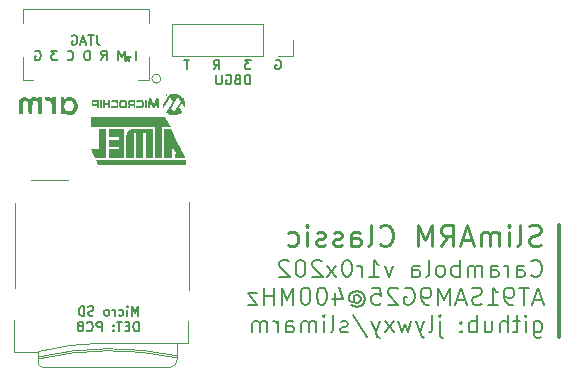
<source format=gbr>
%TF.GenerationSoftware,KiCad,Pcbnew,7.0.2-0*%
%TF.CreationDate,2023-05-15T13:16:41+08:00*%
%TF.ProjectId,slimarm_carambola,736c696d-6172-46d5-9f63-6172616d626f,rev?*%
%TF.SameCoordinates,Original*%
%TF.FileFunction,Legend,Bot*%
%TF.FilePolarity,Positive*%
%FSLAX46Y46*%
G04 Gerber Fmt 4.6, Leading zero omitted, Abs format (unit mm)*
G04 Created by KiCad (PCBNEW 7.0.2-0) date 2023-05-15 13:16:41*
%MOMM*%
%LPD*%
G01*
G04 APERTURE LIST*
%ADD10C,0.300000*%
%ADD11C,0.150000*%
%ADD12C,0.280000*%
%ADD13C,0.200000*%
%ADD14C,0.120000*%
%ADD15C,0.100000*%
G04 APERTURE END LIST*
D10*
X63280000Y-30750000D02*
X63280000Y-40250000D01*
D11*
X24103333Y-14706095D02*
X24103333Y-15277523D01*
X24103333Y-15277523D02*
X24141428Y-15391809D01*
X24141428Y-15391809D02*
X24217619Y-15468000D01*
X24217619Y-15468000D02*
X24331904Y-15506095D01*
X24331904Y-15506095D02*
X24408095Y-15506095D01*
X23836666Y-14706095D02*
X23379523Y-14706095D01*
X23608095Y-15506095D02*
X23608095Y-14706095D01*
X23150952Y-15277523D02*
X22769999Y-15277523D01*
X23227142Y-15506095D02*
X22960475Y-14706095D01*
X22960475Y-14706095D02*
X22693809Y-15506095D01*
X22008095Y-14744190D02*
X22084285Y-14706095D01*
X22084285Y-14706095D02*
X22198571Y-14706095D01*
X22198571Y-14706095D02*
X22312857Y-14744190D01*
X22312857Y-14744190D02*
X22389047Y-14820380D01*
X22389047Y-14820380D02*
X22427142Y-14896571D01*
X22427142Y-14896571D02*
X22465238Y-15048952D01*
X22465238Y-15048952D02*
X22465238Y-15163238D01*
X22465238Y-15163238D02*
X22427142Y-15315619D01*
X22427142Y-15315619D02*
X22389047Y-15391809D01*
X22389047Y-15391809D02*
X22312857Y-15468000D01*
X22312857Y-15468000D02*
X22198571Y-15506095D01*
X22198571Y-15506095D02*
X22122380Y-15506095D01*
X22122380Y-15506095D02*
X22008095Y-15468000D01*
X22008095Y-15468000D02*
X21969999Y-15429904D01*
X21969999Y-15429904D02*
X21969999Y-15163238D01*
X21969999Y-15163238D02*
X22122380Y-15163238D01*
X27455714Y-16802095D02*
X27455714Y-16002095D01*
X26465238Y-16802095D02*
X26465238Y-16002095D01*
X26465238Y-16002095D02*
X26198572Y-16573523D01*
X26198572Y-16573523D02*
X25931905Y-16002095D01*
X25931905Y-16002095D02*
X25931905Y-16802095D01*
X24484285Y-16802095D02*
X24750952Y-16421142D01*
X24941428Y-16802095D02*
X24941428Y-16002095D01*
X24941428Y-16002095D02*
X24636666Y-16002095D01*
X24636666Y-16002095D02*
X24560476Y-16040190D01*
X24560476Y-16040190D02*
X24522381Y-16078285D01*
X24522381Y-16078285D02*
X24484285Y-16154476D01*
X24484285Y-16154476D02*
X24484285Y-16268761D01*
X24484285Y-16268761D02*
X24522381Y-16344952D01*
X24522381Y-16344952D02*
X24560476Y-16383047D01*
X24560476Y-16383047D02*
X24636666Y-16421142D01*
X24636666Y-16421142D02*
X24941428Y-16421142D01*
X23379523Y-16002095D02*
X23227142Y-16002095D01*
X23227142Y-16002095D02*
X23150952Y-16040190D01*
X23150952Y-16040190D02*
X23074761Y-16116380D01*
X23074761Y-16116380D02*
X23036666Y-16268761D01*
X23036666Y-16268761D02*
X23036666Y-16535428D01*
X23036666Y-16535428D02*
X23074761Y-16687809D01*
X23074761Y-16687809D02*
X23150952Y-16764000D01*
X23150952Y-16764000D02*
X23227142Y-16802095D01*
X23227142Y-16802095D02*
X23379523Y-16802095D01*
X23379523Y-16802095D02*
X23455714Y-16764000D01*
X23455714Y-16764000D02*
X23531904Y-16687809D01*
X23531904Y-16687809D02*
X23570000Y-16535428D01*
X23570000Y-16535428D02*
X23570000Y-16268761D01*
X23570000Y-16268761D02*
X23531904Y-16116380D01*
X23531904Y-16116380D02*
X23455714Y-16040190D01*
X23455714Y-16040190D02*
X23379523Y-16002095D01*
X21627142Y-16725904D02*
X21665238Y-16764000D01*
X21665238Y-16764000D02*
X21779523Y-16802095D01*
X21779523Y-16802095D02*
X21855714Y-16802095D01*
X21855714Y-16802095D02*
X21970000Y-16764000D01*
X21970000Y-16764000D02*
X22046190Y-16687809D01*
X22046190Y-16687809D02*
X22084285Y-16611619D01*
X22084285Y-16611619D02*
X22122381Y-16459238D01*
X22122381Y-16459238D02*
X22122381Y-16344952D01*
X22122381Y-16344952D02*
X22084285Y-16192571D01*
X22084285Y-16192571D02*
X22046190Y-16116380D01*
X22046190Y-16116380D02*
X21970000Y-16040190D01*
X21970000Y-16040190D02*
X21855714Y-16002095D01*
X21855714Y-16002095D02*
X21779523Y-16002095D01*
X21779523Y-16002095D02*
X21665238Y-16040190D01*
X21665238Y-16040190D02*
X21627142Y-16078285D01*
X20750952Y-16002095D02*
X20255714Y-16002095D01*
X20255714Y-16002095D02*
X20522380Y-16306857D01*
X20522380Y-16306857D02*
X20408095Y-16306857D01*
X20408095Y-16306857D02*
X20331904Y-16344952D01*
X20331904Y-16344952D02*
X20293809Y-16383047D01*
X20293809Y-16383047D02*
X20255714Y-16459238D01*
X20255714Y-16459238D02*
X20255714Y-16649714D01*
X20255714Y-16649714D02*
X20293809Y-16725904D01*
X20293809Y-16725904D02*
X20331904Y-16764000D01*
X20331904Y-16764000D02*
X20408095Y-16802095D01*
X20408095Y-16802095D02*
X20636666Y-16802095D01*
X20636666Y-16802095D02*
X20712857Y-16764000D01*
X20712857Y-16764000D02*
X20750952Y-16725904D01*
X18884285Y-16040190D02*
X18960475Y-16002095D01*
X18960475Y-16002095D02*
X19074761Y-16002095D01*
X19074761Y-16002095D02*
X19189047Y-16040190D01*
X19189047Y-16040190D02*
X19265237Y-16116380D01*
X19265237Y-16116380D02*
X19303332Y-16192571D01*
X19303332Y-16192571D02*
X19341428Y-16344952D01*
X19341428Y-16344952D02*
X19341428Y-16459238D01*
X19341428Y-16459238D02*
X19303332Y-16611619D01*
X19303332Y-16611619D02*
X19265237Y-16687809D01*
X19265237Y-16687809D02*
X19189047Y-16764000D01*
X19189047Y-16764000D02*
X19074761Y-16802095D01*
X19074761Y-16802095D02*
X18998570Y-16802095D01*
X18998570Y-16802095D02*
X18884285Y-16764000D01*
X18884285Y-16764000D02*
X18846189Y-16725904D01*
X18846189Y-16725904D02*
X18846189Y-16459238D01*
X18846189Y-16459238D02*
X18998570Y-16459238D01*
X39259048Y-16814190D02*
X39335238Y-16776095D01*
X39335238Y-16776095D02*
X39449524Y-16776095D01*
X39449524Y-16776095D02*
X39563810Y-16814190D01*
X39563810Y-16814190D02*
X39640000Y-16890380D01*
X39640000Y-16890380D02*
X39678095Y-16966571D01*
X39678095Y-16966571D02*
X39716191Y-17118952D01*
X39716191Y-17118952D02*
X39716191Y-17233238D01*
X39716191Y-17233238D02*
X39678095Y-17385619D01*
X39678095Y-17385619D02*
X39640000Y-17461809D01*
X39640000Y-17461809D02*
X39563810Y-17538000D01*
X39563810Y-17538000D02*
X39449524Y-17576095D01*
X39449524Y-17576095D02*
X39373333Y-17576095D01*
X39373333Y-17576095D02*
X39259048Y-17538000D01*
X39259048Y-17538000D02*
X39220952Y-17499904D01*
X39220952Y-17499904D02*
X39220952Y-17233238D01*
X39220952Y-17233238D02*
X39373333Y-17233238D01*
X37125714Y-16776095D02*
X36630476Y-16776095D01*
X36630476Y-16776095D02*
X36897142Y-17080857D01*
X36897142Y-17080857D02*
X36782857Y-17080857D01*
X36782857Y-17080857D02*
X36706666Y-17118952D01*
X36706666Y-17118952D02*
X36668571Y-17157047D01*
X36668571Y-17157047D02*
X36630476Y-17233238D01*
X36630476Y-17233238D02*
X36630476Y-17423714D01*
X36630476Y-17423714D02*
X36668571Y-17499904D01*
X36668571Y-17499904D02*
X36706666Y-17538000D01*
X36706666Y-17538000D02*
X36782857Y-17576095D01*
X36782857Y-17576095D02*
X37011428Y-17576095D01*
X37011428Y-17576095D02*
X37087619Y-17538000D01*
X37087619Y-17538000D02*
X37125714Y-17499904D01*
X34001903Y-17576095D02*
X34268570Y-17195142D01*
X34459046Y-17576095D02*
X34459046Y-16776095D01*
X34459046Y-16776095D02*
X34154284Y-16776095D01*
X34154284Y-16776095D02*
X34078094Y-16814190D01*
X34078094Y-16814190D02*
X34039999Y-16852285D01*
X34039999Y-16852285D02*
X34001903Y-16928476D01*
X34001903Y-16928476D02*
X34001903Y-17042761D01*
X34001903Y-17042761D02*
X34039999Y-17118952D01*
X34039999Y-17118952D02*
X34078094Y-17157047D01*
X34078094Y-17157047D02*
X34154284Y-17195142D01*
X34154284Y-17195142D02*
X34459046Y-17195142D01*
X31944760Y-16776095D02*
X31487617Y-16776095D01*
X31716189Y-17576095D02*
X31716189Y-16776095D01*
X37068570Y-18872095D02*
X37068570Y-18072095D01*
X37068570Y-18072095D02*
X36878094Y-18072095D01*
X36878094Y-18072095D02*
X36763808Y-18110190D01*
X36763808Y-18110190D02*
X36687618Y-18186380D01*
X36687618Y-18186380D02*
X36649523Y-18262571D01*
X36649523Y-18262571D02*
X36611427Y-18414952D01*
X36611427Y-18414952D02*
X36611427Y-18529238D01*
X36611427Y-18529238D02*
X36649523Y-18681619D01*
X36649523Y-18681619D02*
X36687618Y-18757809D01*
X36687618Y-18757809D02*
X36763808Y-18834000D01*
X36763808Y-18834000D02*
X36878094Y-18872095D01*
X36878094Y-18872095D02*
X37068570Y-18872095D01*
X36001904Y-18453047D02*
X35887618Y-18491142D01*
X35887618Y-18491142D02*
X35849523Y-18529238D01*
X35849523Y-18529238D02*
X35811427Y-18605428D01*
X35811427Y-18605428D02*
X35811427Y-18719714D01*
X35811427Y-18719714D02*
X35849523Y-18795904D01*
X35849523Y-18795904D02*
X35887618Y-18834000D01*
X35887618Y-18834000D02*
X35963808Y-18872095D01*
X35963808Y-18872095D02*
X36268570Y-18872095D01*
X36268570Y-18872095D02*
X36268570Y-18072095D01*
X36268570Y-18072095D02*
X36001904Y-18072095D01*
X36001904Y-18072095D02*
X35925713Y-18110190D01*
X35925713Y-18110190D02*
X35887618Y-18148285D01*
X35887618Y-18148285D02*
X35849523Y-18224476D01*
X35849523Y-18224476D02*
X35849523Y-18300666D01*
X35849523Y-18300666D02*
X35887618Y-18376857D01*
X35887618Y-18376857D02*
X35925713Y-18414952D01*
X35925713Y-18414952D02*
X36001904Y-18453047D01*
X36001904Y-18453047D02*
X36268570Y-18453047D01*
X35049523Y-18110190D02*
X35125713Y-18072095D01*
X35125713Y-18072095D02*
X35239999Y-18072095D01*
X35239999Y-18072095D02*
X35354285Y-18110190D01*
X35354285Y-18110190D02*
X35430475Y-18186380D01*
X35430475Y-18186380D02*
X35468570Y-18262571D01*
X35468570Y-18262571D02*
X35506666Y-18414952D01*
X35506666Y-18414952D02*
X35506666Y-18529238D01*
X35506666Y-18529238D02*
X35468570Y-18681619D01*
X35468570Y-18681619D02*
X35430475Y-18757809D01*
X35430475Y-18757809D02*
X35354285Y-18834000D01*
X35354285Y-18834000D02*
X35239999Y-18872095D01*
X35239999Y-18872095D02*
X35163808Y-18872095D01*
X35163808Y-18872095D02*
X35049523Y-18834000D01*
X35049523Y-18834000D02*
X35011427Y-18795904D01*
X35011427Y-18795904D02*
X35011427Y-18529238D01*
X35011427Y-18529238D02*
X35163808Y-18529238D01*
X34668570Y-18072095D02*
X34668570Y-18719714D01*
X34668570Y-18719714D02*
X34630475Y-18795904D01*
X34630475Y-18795904D02*
X34592380Y-18834000D01*
X34592380Y-18834000D02*
X34516189Y-18872095D01*
X34516189Y-18872095D02*
X34363808Y-18872095D01*
X34363808Y-18872095D02*
X34287618Y-18834000D01*
X34287618Y-18834000D02*
X34249523Y-18795904D01*
X34249523Y-18795904D02*
X34211427Y-18719714D01*
X34211427Y-18719714D02*
X34211427Y-18072095D01*
D12*
X61731333Y-32477741D02*
X61477333Y-32562407D01*
X61477333Y-32562407D02*
X61054000Y-32562407D01*
X61054000Y-32562407D02*
X60884666Y-32477741D01*
X60884666Y-32477741D02*
X60800000Y-32393074D01*
X60800000Y-32393074D02*
X60715333Y-32223741D01*
X60715333Y-32223741D02*
X60715333Y-32054407D01*
X60715333Y-32054407D02*
X60800000Y-31885074D01*
X60800000Y-31885074D02*
X60884666Y-31800407D01*
X60884666Y-31800407D02*
X61054000Y-31715741D01*
X61054000Y-31715741D02*
X61392666Y-31631074D01*
X61392666Y-31631074D02*
X61562000Y-31546407D01*
X61562000Y-31546407D02*
X61646666Y-31461741D01*
X61646666Y-31461741D02*
X61731333Y-31292407D01*
X61731333Y-31292407D02*
X61731333Y-31123074D01*
X61731333Y-31123074D02*
X61646666Y-30953741D01*
X61646666Y-30953741D02*
X61562000Y-30869074D01*
X61562000Y-30869074D02*
X61392666Y-30784407D01*
X61392666Y-30784407D02*
X60969333Y-30784407D01*
X60969333Y-30784407D02*
X60715333Y-30869074D01*
X59699333Y-32562407D02*
X59868667Y-32477741D01*
X59868667Y-32477741D02*
X59953333Y-32308407D01*
X59953333Y-32308407D02*
X59953333Y-30784407D01*
X59022000Y-32562407D02*
X59022000Y-31377074D01*
X59022000Y-30784407D02*
X59106667Y-30869074D01*
X59106667Y-30869074D02*
X59022000Y-30953741D01*
X59022000Y-30953741D02*
X58937334Y-30869074D01*
X58937334Y-30869074D02*
X59022000Y-30784407D01*
X59022000Y-30784407D02*
X59022000Y-30953741D01*
X58175333Y-32562407D02*
X58175333Y-31377074D01*
X58175333Y-31546407D02*
X58090667Y-31461741D01*
X58090667Y-31461741D02*
X57921333Y-31377074D01*
X57921333Y-31377074D02*
X57667333Y-31377074D01*
X57667333Y-31377074D02*
X57498000Y-31461741D01*
X57498000Y-31461741D02*
X57413333Y-31631074D01*
X57413333Y-31631074D02*
X57413333Y-32562407D01*
X57413333Y-31631074D02*
X57328667Y-31461741D01*
X57328667Y-31461741D02*
X57159333Y-31377074D01*
X57159333Y-31377074D02*
X56905333Y-31377074D01*
X56905333Y-31377074D02*
X56736000Y-31461741D01*
X56736000Y-31461741D02*
X56651333Y-31631074D01*
X56651333Y-31631074D02*
X56651333Y-32562407D01*
X55889333Y-32054407D02*
X55042666Y-32054407D01*
X56058666Y-32562407D02*
X55466000Y-30784407D01*
X55466000Y-30784407D02*
X54873333Y-32562407D01*
X53264666Y-32562407D02*
X53857333Y-31715741D01*
X54280666Y-32562407D02*
X54280666Y-30784407D01*
X54280666Y-30784407D02*
X53603333Y-30784407D01*
X53603333Y-30784407D02*
X53434000Y-30869074D01*
X53434000Y-30869074D02*
X53349333Y-30953741D01*
X53349333Y-30953741D02*
X53264666Y-31123074D01*
X53264666Y-31123074D02*
X53264666Y-31377074D01*
X53264666Y-31377074D02*
X53349333Y-31546407D01*
X53349333Y-31546407D02*
X53434000Y-31631074D01*
X53434000Y-31631074D02*
X53603333Y-31715741D01*
X53603333Y-31715741D02*
X54280666Y-31715741D01*
X52502666Y-32562407D02*
X52502666Y-30784407D01*
X52502666Y-30784407D02*
X51910000Y-32054407D01*
X51910000Y-32054407D02*
X51317333Y-30784407D01*
X51317333Y-30784407D02*
X51317333Y-32562407D01*
X48099999Y-32393074D02*
X48184666Y-32477741D01*
X48184666Y-32477741D02*
X48438666Y-32562407D01*
X48438666Y-32562407D02*
X48607999Y-32562407D01*
X48607999Y-32562407D02*
X48861999Y-32477741D01*
X48861999Y-32477741D02*
X49031333Y-32308407D01*
X49031333Y-32308407D02*
X49115999Y-32139074D01*
X49115999Y-32139074D02*
X49200666Y-31800407D01*
X49200666Y-31800407D02*
X49200666Y-31546407D01*
X49200666Y-31546407D02*
X49115999Y-31207741D01*
X49115999Y-31207741D02*
X49031333Y-31038407D01*
X49031333Y-31038407D02*
X48861999Y-30869074D01*
X48861999Y-30869074D02*
X48607999Y-30784407D01*
X48607999Y-30784407D02*
X48438666Y-30784407D01*
X48438666Y-30784407D02*
X48184666Y-30869074D01*
X48184666Y-30869074D02*
X48099999Y-30953741D01*
X47083999Y-32562407D02*
X47253333Y-32477741D01*
X47253333Y-32477741D02*
X47337999Y-32308407D01*
X47337999Y-32308407D02*
X47337999Y-30784407D01*
X45644666Y-32562407D02*
X45644666Y-31631074D01*
X45644666Y-31631074D02*
X45729333Y-31461741D01*
X45729333Y-31461741D02*
X45898666Y-31377074D01*
X45898666Y-31377074D02*
X46237333Y-31377074D01*
X46237333Y-31377074D02*
X46406666Y-31461741D01*
X45644666Y-32477741D02*
X45814000Y-32562407D01*
X45814000Y-32562407D02*
X46237333Y-32562407D01*
X46237333Y-32562407D02*
X46406666Y-32477741D01*
X46406666Y-32477741D02*
X46491333Y-32308407D01*
X46491333Y-32308407D02*
X46491333Y-32139074D01*
X46491333Y-32139074D02*
X46406666Y-31969741D01*
X46406666Y-31969741D02*
X46237333Y-31885074D01*
X46237333Y-31885074D02*
X45814000Y-31885074D01*
X45814000Y-31885074D02*
X45644666Y-31800407D01*
X44882666Y-32477741D02*
X44713333Y-32562407D01*
X44713333Y-32562407D02*
X44374666Y-32562407D01*
X44374666Y-32562407D02*
X44205333Y-32477741D01*
X44205333Y-32477741D02*
X44120666Y-32308407D01*
X44120666Y-32308407D02*
X44120666Y-32223741D01*
X44120666Y-32223741D02*
X44205333Y-32054407D01*
X44205333Y-32054407D02*
X44374666Y-31969741D01*
X44374666Y-31969741D02*
X44628666Y-31969741D01*
X44628666Y-31969741D02*
X44797999Y-31885074D01*
X44797999Y-31885074D02*
X44882666Y-31715741D01*
X44882666Y-31715741D02*
X44882666Y-31631074D01*
X44882666Y-31631074D02*
X44797999Y-31461741D01*
X44797999Y-31461741D02*
X44628666Y-31377074D01*
X44628666Y-31377074D02*
X44374666Y-31377074D01*
X44374666Y-31377074D02*
X44205333Y-31461741D01*
X43443333Y-32477741D02*
X43274000Y-32562407D01*
X43274000Y-32562407D02*
X42935333Y-32562407D01*
X42935333Y-32562407D02*
X42766000Y-32477741D01*
X42766000Y-32477741D02*
X42681333Y-32308407D01*
X42681333Y-32308407D02*
X42681333Y-32223741D01*
X42681333Y-32223741D02*
X42766000Y-32054407D01*
X42766000Y-32054407D02*
X42935333Y-31969741D01*
X42935333Y-31969741D02*
X43189333Y-31969741D01*
X43189333Y-31969741D02*
X43358666Y-31885074D01*
X43358666Y-31885074D02*
X43443333Y-31715741D01*
X43443333Y-31715741D02*
X43443333Y-31631074D01*
X43443333Y-31631074D02*
X43358666Y-31461741D01*
X43358666Y-31461741D02*
X43189333Y-31377074D01*
X43189333Y-31377074D02*
X42935333Y-31377074D01*
X42935333Y-31377074D02*
X42766000Y-31461741D01*
X41919333Y-32562407D02*
X41919333Y-31377074D01*
X41919333Y-30784407D02*
X42004000Y-30869074D01*
X42004000Y-30869074D02*
X41919333Y-30953741D01*
X41919333Y-30953741D02*
X41834667Y-30869074D01*
X41834667Y-30869074D02*
X41919333Y-30784407D01*
X41919333Y-30784407D02*
X41919333Y-30953741D01*
X40310666Y-32477741D02*
X40480000Y-32562407D01*
X40480000Y-32562407D02*
X40818666Y-32562407D01*
X40818666Y-32562407D02*
X40988000Y-32477741D01*
X40988000Y-32477741D02*
X41072666Y-32393074D01*
X41072666Y-32393074D02*
X41157333Y-32223741D01*
X41157333Y-32223741D02*
X41157333Y-31715741D01*
X41157333Y-31715741D02*
X41072666Y-31546407D01*
X41072666Y-31546407D02*
X40988000Y-31461741D01*
X40988000Y-31461741D02*
X40818666Y-31377074D01*
X40818666Y-31377074D02*
X40480000Y-31377074D01*
X40480000Y-31377074D02*
X40310666Y-31461741D01*
D11*
X27595237Y-38466095D02*
X27595237Y-37666095D01*
X27595237Y-37666095D02*
X27328571Y-38237523D01*
X27328571Y-38237523D02*
X27061904Y-37666095D01*
X27061904Y-37666095D02*
X27061904Y-38466095D01*
X26680951Y-38466095D02*
X26680951Y-37932761D01*
X26680951Y-37666095D02*
X26719047Y-37704190D01*
X26719047Y-37704190D02*
X26680951Y-37742285D01*
X26680951Y-37742285D02*
X26642856Y-37704190D01*
X26642856Y-37704190D02*
X26680951Y-37666095D01*
X26680951Y-37666095D02*
X26680951Y-37742285D01*
X25957142Y-38428000D02*
X26033333Y-38466095D01*
X26033333Y-38466095D02*
X26185714Y-38466095D01*
X26185714Y-38466095D02*
X26261904Y-38428000D01*
X26261904Y-38428000D02*
X26299999Y-38389904D01*
X26299999Y-38389904D02*
X26338095Y-38313714D01*
X26338095Y-38313714D02*
X26338095Y-38085142D01*
X26338095Y-38085142D02*
X26299999Y-38008952D01*
X26299999Y-38008952D02*
X26261904Y-37970857D01*
X26261904Y-37970857D02*
X26185714Y-37932761D01*
X26185714Y-37932761D02*
X26033333Y-37932761D01*
X26033333Y-37932761D02*
X25957142Y-37970857D01*
X25614285Y-38466095D02*
X25614285Y-37932761D01*
X25614285Y-38085142D02*
X25576190Y-38008952D01*
X25576190Y-38008952D02*
X25538095Y-37970857D01*
X25538095Y-37970857D02*
X25461904Y-37932761D01*
X25461904Y-37932761D02*
X25385714Y-37932761D01*
X25004762Y-38466095D02*
X25080952Y-38428000D01*
X25080952Y-38428000D02*
X25119047Y-38389904D01*
X25119047Y-38389904D02*
X25157143Y-38313714D01*
X25157143Y-38313714D02*
X25157143Y-38085142D01*
X25157143Y-38085142D02*
X25119047Y-38008952D01*
X25119047Y-38008952D02*
X25080952Y-37970857D01*
X25080952Y-37970857D02*
X25004762Y-37932761D01*
X25004762Y-37932761D02*
X24890476Y-37932761D01*
X24890476Y-37932761D02*
X24814285Y-37970857D01*
X24814285Y-37970857D02*
X24776190Y-38008952D01*
X24776190Y-38008952D02*
X24738095Y-38085142D01*
X24738095Y-38085142D02*
X24738095Y-38313714D01*
X24738095Y-38313714D02*
X24776190Y-38389904D01*
X24776190Y-38389904D02*
X24814285Y-38428000D01*
X24814285Y-38428000D02*
X24890476Y-38466095D01*
X24890476Y-38466095D02*
X25004762Y-38466095D01*
X23823809Y-38428000D02*
X23709523Y-38466095D01*
X23709523Y-38466095D02*
X23519047Y-38466095D01*
X23519047Y-38466095D02*
X23442856Y-38428000D01*
X23442856Y-38428000D02*
X23404761Y-38389904D01*
X23404761Y-38389904D02*
X23366666Y-38313714D01*
X23366666Y-38313714D02*
X23366666Y-38237523D01*
X23366666Y-38237523D02*
X23404761Y-38161333D01*
X23404761Y-38161333D02*
X23442856Y-38123238D01*
X23442856Y-38123238D02*
X23519047Y-38085142D01*
X23519047Y-38085142D02*
X23671428Y-38047047D01*
X23671428Y-38047047D02*
X23747618Y-38008952D01*
X23747618Y-38008952D02*
X23785713Y-37970857D01*
X23785713Y-37970857D02*
X23823809Y-37894666D01*
X23823809Y-37894666D02*
X23823809Y-37818476D01*
X23823809Y-37818476D02*
X23785713Y-37742285D01*
X23785713Y-37742285D02*
X23747618Y-37704190D01*
X23747618Y-37704190D02*
X23671428Y-37666095D01*
X23671428Y-37666095D02*
X23480951Y-37666095D01*
X23480951Y-37666095D02*
X23366666Y-37704190D01*
X23023808Y-38466095D02*
X23023808Y-37666095D01*
X23023808Y-37666095D02*
X22833332Y-37666095D01*
X22833332Y-37666095D02*
X22719046Y-37704190D01*
X22719046Y-37704190D02*
X22642856Y-37780380D01*
X22642856Y-37780380D02*
X22604761Y-37856571D01*
X22604761Y-37856571D02*
X22566665Y-38008952D01*
X22566665Y-38008952D02*
X22566665Y-38123238D01*
X22566665Y-38123238D02*
X22604761Y-38275619D01*
X22604761Y-38275619D02*
X22642856Y-38351809D01*
X22642856Y-38351809D02*
X22719046Y-38428000D01*
X22719046Y-38428000D02*
X22833332Y-38466095D01*
X22833332Y-38466095D02*
X23023808Y-38466095D01*
X27652380Y-39762095D02*
X27652380Y-38962095D01*
X27652380Y-38962095D02*
X27461904Y-38962095D01*
X27461904Y-38962095D02*
X27347618Y-39000190D01*
X27347618Y-39000190D02*
X27271428Y-39076380D01*
X27271428Y-39076380D02*
X27233333Y-39152571D01*
X27233333Y-39152571D02*
X27195237Y-39304952D01*
X27195237Y-39304952D02*
X27195237Y-39419238D01*
X27195237Y-39419238D02*
X27233333Y-39571619D01*
X27233333Y-39571619D02*
X27271428Y-39647809D01*
X27271428Y-39647809D02*
X27347618Y-39724000D01*
X27347618Y-39724000D02*
X27461904Y-39762095D01*
X27461904Y-39762095D02*
X27652380Y-39762095D01*
X26852380Y-39343047D02*
X26585714Y-39343047D01*
X26471428Y-39762095D02*
X26852380Y-39762095D01*
X26852380Y-39762095D02*
X26852380Y-38962095D01*
X26852380Y-38962095D02*
X26471428Y-38962095D01*
X26242856Y-38962095D02*
X25785713Y-38962095D01*
X26014285Y-39762095D02*
X26014285Y-38962095D01*
X25519046Y-39685904D02*
X25480951Y-39724000D01*
X25480951Y-39724000D02*
X25519046Y-39762095D01*
X25519046Y-39762095D02*
X25557142Y-39724000D01*
X25557142Y-39724000D02*
X25519046Y-39685904D01*
X25519046Y-39685904D02*
X25519046Y-39762095D01*
X25519046Y-39266857D02*
X25480951Y-39304952D01*
X25480951Y-39304952D02*
X25519046Y-39343047D01*
X25519046Y-39343047D02*
X25557142Y-39304952D01*
X25557142Y-39304952D02*
X25519046Y-39266857D01*
X25519046Y-39266857D02*
X25519046Y-39343047D01*
X24528570Y-39762095D02*
X24528570Y-38962095D01*
X24528570Y-38962095D02*
X24223808Y-38962095D01*
X24223808Y-38962095D02*
X24147618Y-39000190D01*
X24147618Y-39000190D02*
X24109523Y-39038285D01*
X24109523Y-39038285D02*
X24071427Y-39114476D01*
X24071427Y-39114476D02*
X24071427Y-39228761D01*
X24071427Y-39228761D02*
X24109523Y-39304952D01*
X24109523Y-39304952D02*
X24147618Y-39343047D01*
X24147618Y-39343047D02*
X24223808Y-39381142D01*
X24223808Y-39381142D02*
X24528570Y-39381142D01*
X23271427Y-39685904D02*
X23309523Y-39724000D01*
X23309523Y-39724000D02*
X23423808Y-39762095D01*
X23423808Y-39762095D02*
X23499999Y-39762095D01*
X23499999Y-39762095D02*
X23614285Y-39724000D01*
X23614285Y-39724000D02*
X23690475Y-39647809D01*
X23690475Y-39647809D02*
X23728570Y-39571619D01*
X23728570Y-39571619D02*
X23766666Y-39419238D01*
X23766666Y-39419238D02*
X23766666Y-39304952D01*
X23766666Y-39304952D02*
X23728570Y-39152571D01*
X23728570Y-39152571D02*
X23690475Y-39076380D01*
X23690475Y-39076380D02*
X23614285Y-39000190D01*
X23614285Y-39000190D02*
X23499999Y-38962095D01*
X23499999Y-38962095D02*
X23423808Y-38962095D01*
X23423808Y-38962095D02*
X23309523Y-39000190D01*
X23309523Y-39000190D02*
X23271427Y-39038285D01*
X22814285Y-39304952D02*
X22890475Y-39266857D01*
X22890475Y-39266857D02*
X22928570Y-39228761D01*
X22928570Y-39228761D02*
X22966666Y-39152571D01*
X22966666Y-39152571D02*
X22966666Y-39114476D01*
X22966666Y-39114476D02*
X22928570Y-39038285D01*
X22928570Y-39038285D02*
X22890475Y-39000190D01*
X22890475Y-39000190D02*
X22814285Y-38962095D01*
X22814285Y-38962095D02*
X22661904Y-38962095D01*
X22661904Y-38962095D02*
X22585713Y-39000190D01*
X22585713Y-39000190D02*
X22547618Y-39038285D01*
X22547618Y-39038285D02*
X22509523Y-39114476D01*
X22509523Y-39114476D02*
X22509523Y-39152571D01*
X22509523Y-39152571D02*
X22547618Y-39228761D01*
X22547618Y-39228761D02*
X22585713Y-39266857D01*
X22585713Y-39266857D02*
X22661904Y-39304952D01*
X22661904Y-39304952D02*
X22814285Y-39304952D01*
X22814285Y-39304952D02*
X22890475Y-39343047D01*
X22890475Y-39343047D02*
X22928570Y-39381142D01*
X22928570Y-39381142D02*
X22966666Y-39457333D01*
X22966666Y-39457333D02*
X22966666Y-39609714D01*
X22966666Y-39609714D02*
X22928570Y-39685904D01*
X22928570Y-39685904D02*
X22890475Y-39724000D01*
X22890475Y-39724000D02*
X22814285Y-39762095D01*
X22814285Y-39762095D02*
X22661904Y-39762095D01*
X22661904Y-39762095D02*
X22585713Y-39724000D01*
X22585713Y-39724000D02*
X22547618Y-39685904D01*
X22547618Y-39685904D02*
X22509523Y-39609714D01*
X22509523Y-39609714D02*
X22509523Y-39457333D01*
X22509523Y-39457333D02*
X22547618Y-39381142D01*
X22547618Y-39381142D02*
X22585713Y-39343047D01*
X22585713Y-39343047D02*
X22661904Y-39304952D01*
D13*
X60896190Y-35036452D02*
X60965238Y-35105500D01*
X60965238Y-35105500D02*
X61172380Y-35174547D01*
X61172380Y-35174547D02*
X61310476Y-35174547D01*
X61310476Y-35174547D02*
X61517619Y-35105500D01*
X61517619Y-35105500D02*
X61655714Y-34967404D01*
X61655714Y-34967404D02*
X61724761Y-34829309D01*
X61724761Y-34829309D02*
X61793809Y-34553119D01*
X61793809Y-34553119D02*
X61793809Y-34345976D01*
X61793809Y-34345976D02*
X61724761Y-34069785D01*
X61724761Y-34069785D02*
X61655714Y-33931690D01*
X61655714Y-33931690D02*
X61517619Y-33793595D01*
X61517619Y-33793595D02*
X61310476Y-33724547D01*
X61310476Y-33724547D02*
X61172380Y-33724547D01*
X61172380Y-33724547D02*
X60965238Y-33793595D01*
X60965238Y-33793595D02*
X60896190Y-33862642D01*
X59653333Y-35174547D02*
X59653333Y-34415023D01*
X59653333Y-34415023D02*
X59722380Y-34276928D01*
X59722380Y-34276928D02*
X59860476Y-34207880D01*
X59860476Y-34207880D02*
X60136666Y-34207880D01*
X60136666Y-34207880D02*
X60274761Y-34276928D01*
X59653333Y-35105500D02*
X59791428Y-35174547D01*
X59791428Y-35174547D02*
X60136666Y-35174547D01*
X60136666Y-35174547D02*
X60274761Y-35105500D01*
X60274761Y-35105500D02*
X60343809Y-34967404D01*
X60343809Y-34967404D02*
X60343809Y-34829309D01*
X60343809Y-34829309D02*
X60274761Y-34691214D01*
X60274761Y-34691214D02*
X60136666Y-34622166D01*
X60136666Y-34622166D02*
X59791428Y-34622166D01*
X59791428Y-34622166D02*
X59653333Y-34553119D01*
X58962856Y-35174547D02*
X58962856Y-34207880D01*
X58962856Y-34484071D02*
X58893809Y-34345976D01*
X58893809Y-34345976D02*
X58824761Y-34276928D01*
X58824761Y-34276928D02*
X58686666Y-34207880D01*
X58686666Y-34207880D02*
X58548571Y-34207880D01*
X57443809Y-35174547D02*
X57443809Y-34415023D01*
X57443809Y-34415023D02*
X57512856Y-34276928D01*
X57512856Y-34276928D02*
X57650952Y-34207880D01*
X57650952Y-34207880D02*
X57927142Y-34207880D01*
X57927142Y-34207880D02*
X58065237Y-34276928D01*
X57443809Y-35105500D02*
X57581904Y-35174547D01*
X57581904Y-35174547D02*
X57927142Y-35174547D01*
X57927142Y-35174547D02*
X58065237Y-35105500D01*
X58065237Y-35105500D02*
X58134285Y-34967404D01*
X58134285Y-34967404D02*
X58134285Y-34829309D01*
X58134285Y-34829309D02*
X58065237Y-34691214D01*
X58065237Y-34691214D02*
X57927142Y-34622166D01*
X57927142Y-34622166D02*
X57581904Y-34622166D01*
X57581904Y-34622166D02*
X57443809Y-34553119D01*
X56753332Y-35174547D02*
X56753332Y-34207880D01*
X56753332Y-34345976D02*
X56684285Y-34276928D01*
X56684285Y-34276928D02*
X56546190Y-34207880D01*
X56546190Y-34207880D02*
X56339047Y-34207880D01*
X56339047Y-34207880D02*
X56200951Y-34276928D01*
X56200951Y-34276928D02*
X56131904Y-34415023D01*
X56131904Y-34415023D02*
X56131904Y-35174547D01*
X56131904Y-34415023D02*
X56062856Y-34276928D01*
X56062856Y-34276928D02*
X55924761Y-34207880D01*
X55924761Y-34207880D02*
X55717618Y-34207880D01*
X55717618Y-34207880D02*
X55579523Y-34276928D01*
X55579523Y-34276928D02*
X55510475Y-34415023D01*
X55510475Y-34415023D02*
X55510475Y-35174547D01*
X54819999Y-35174547D02*
X54819999Y-33724547D01*
X54819999Y-34276928D02*
X54681904Y-34207880D01*
X54681904Y-34207880D02*
X54405714Y-34207880D01*
X54405714Y-34207880D02*
X54267618Y-34276928D01*
X54267618Y-34276928D02*
X54198571Y-34345976D01*
X54198571Y-34345976D02*
X54129523Y-34484071D01*
X54129523Y-34484071D02*
X54129523Y-34898357D01*
X54129523Y-34898357D02*
X54198571Y-35036452D01*
X54198571Y-35036452D02*
X54267618Y-35105500D01*
X54267618Y-35105500D02*
X54405714Y-35174547D01*
X54405714Y-35174547D02*
X54681904Y-35174547D01*
X54681904Y-35174547D02*
X54819999Y-35105500D01*
X53300952Y-35174547D02*
X53439047Y-35105500D01*
X53439047Y-35105500D02*
X53508094Y-35036452D01*
X53508094Y-35036452D02*
X53577142Y-34898357D01*
X53577142Y-34898357D02*
X53577142Y-34484071D01*
X53577142Y-34484071D02*
X53508094Y-34345976D01*
X53508094Y-34345976D02*
X53439047Y-34276928D01*
X53439047Y-34276928D02*
X53300952Y-34207880D01*
X53300952Y-34207880D02*
X53093809Y-34207880D01*
X53093809Y-34207880D02*
X52955713Y-34276928D01*
X52955713Y-34276928D02*
X52886666Y-34345976D01*
X52886666Y-34345976D02*
X52817618Y-34484071D01*
X52817618Y-34484071D02*
X52817618Y-34898357D01*
X52817618Y-34898357D02*
X52886666Y-35036452D01*
X52886666Y-35036452D02*
X52955713Y-35105500D01*
X52955713Y-35105500D02*
X53093809Y-35174547D01*
X53093809Y-35174547D02*
X53300952Y-35174547D01*
X51989047Y-35174547D02*
X52127142Y-35105500D01*
X52127142Y-35105500D02*
X52196189Y-34967404D01*
X52196189Y-34967404D02*
X52196189Y-33724547D01*
X50815237Y-35174547D02*
X50815237Y-34415023D01*
X50815237Y-34415023D02*
X50884284Y-34276928D01*
X50884284Y-34276928D02*
X51022380Y-34207880D01*
X51022380Y-34207880D02*
X51298570Y-34207880D01*
X51298570Y-34207880D02*
X51436665Y-34276928D01*
X50815237Y-35105500D02*
X50953332Y-35174547D01*
X50953332Y-35174547D02*
X51298570Y-35174547D01*
X51298570Y-35174547D02*
X51436665Y-35105500D01*
X51436665Y-35105500D02*
X51505713Y-34967404D01*
X51505713Y-34967404D02*
X51505713Y-34829309D01*
X51505713Y-34829309D02*
X51436665Y-34691214D01*
X51436665Y-34691214D02*
X51298570Y-34622166D01*
X51298570Y-34622166D02*
X50953332Y-34622166D01*
X50953332Y-34622166D02*
X50815237Y-34553119D01*
X49158094Y-34207880D02*
X48812856Y-35174547D01*
X48812856Y-35174547D02*
X48467617Y-34207880D01*
X47155713Y-35174547D02*
X47984284Y-35174547D01*
X47569998Y-35174547D02*
X47569998Y-33724547D01*
X47569998Y-33724547D02*
X47708094Y-33931690D01*
X47708094Y-33931690D02*
X47846189Y-34069785D01*
X47846189Y-34069785D02*
X47984284Y-34138833D01*
X46534284Y-35174547D02*
X46534284Y-34207880D01*
X46534284Y-34484071D02*
X46465237Y-34345976D01*
X46465237Y-34345976D02*
X46396189Y-34276928D01*
X46396189Y-34276928D02*
X46258094Y-34207880D01*
X46258094Y-34207880D02*
X46119999Y-34207880D01*
X45360475Y-33724547D02*
X45222380Y-33724547D01*
X45222380Y-33724547D02*
X45084284Y-33793595D01*
X45084284Y-33793595D02*
X45015237Y-33862642D01*
X45015237Y-33862642D02*
X44946189Y-34000738D01*
X44946189Y-34000738D02*
X44877142Y-34276928D01*
X44877142Y-34276928D02*
X44877142Y-34622166D01*
X44877142Y-34622166D02*
X44946189Y-34898357D01*
X44946189Y-34898357D02*
X45015237Y-35036452D01*
X45015237Y-35036452D02*
X45084284Y-35105500D01*
X45084284Y-35105500D02*
X45222380Y-35174547D01*
X45222380Y-35174547D02*
X45360475Y-35174547D01*
X45360475Y-35174547D02*
X45498570Y-35105500D01*
X45498570Y-35105500D02*
X45567618Y-35036452D01*
X45567618Y-35036452D02*
X45636665Y-34898357D01*
X45636665Y-34898357D02*
X45705713Y-34622166D01*
X45705713Y-34622166D02*
X45705713Y-34276928D01*
X45705713Y-34276928D02*
X45636665Y-34000738D01*
X45636665Y-34000738D02*
X45567618Y-33862642D01*
X45567618Y-33862642D02*
X45498570Y-33793595D01*
X45498570Y-33793595D02*
X45360475Y-33724547D01*
X44393809Y-35174547D02*
X43634285Y-34207880D01*
X44393809Y-34207880D02*
X43634285Y-35174547D01*
X43150951Y-33862642D02*
X43081903Y-33793595D01*
X43081903Y-33793595D02*
X42943808Y-33724547D01*
X42943808Y-33724547D02*
X42598570Y-33724547D01*
X42598570Y-33724547D02*
X42460475Y-33793595D01*
X42460475Y-33793595D02*
X42391427Y-33862642D01*
X42391427Y-33862642D02*
X42322380Y-34000738D01*
X42322380Y-34000738D02*
X42322380Y-34138833D01*
X42322380Y-34138833D02*
X42391427Y-34345976D01*
X42391427Y-34345976D02*
X43219999Y-35174547D01*
X43219999Y-35174547D02*
X42322380Y-35174547D01*
X41424761Y-33724547D02*
X41286666Y-33724547D01*
X41286666Y-33724547D02*
X41148570Y-33793595D01*
X41148570Y-33793595D02*
X41079523Y-33862642D01*
X41079523Y-33862642D02*
X41010475Y-34000738D01*
X41010475Y-34000738D02*
X40941428Y-34276928D01*
X40941428Y-34276928D02*
X40941428Y-34622166D01*
X40941428Y-34622166D02*
X41010475Y-34898357D01*
X41010475Y-34898357D02*
X41079523Y-35036452D01*
X41079523Y-35036452D02*
X41148570Y-35105500D01*
X41148570Y-35105500D02*
X41286666Y-35174547D01*
X41286666Y-35174547D02*
X41424761Y-35174547D01*
X41424761Y-35174547D02*
X41562856Y-35105500D01*
X41562856Y-35105500D02*
X41631904Y-35036452D01*
X41631904Y-35036452D02*
X41700951Y-34898357D01*
X41700951Y-34898357D02*
X41769999Y-34622166D01*
X41769999Y-34622166D02*
X41769999Y-34276928D01*
X41769999Y-34276928D02*
X41700951Y-34000738D01*
X41700951Y-34000738D02*
X41631904Y-33862642D01*
X41631904Y-33862642D02*
X41562856Y-33793595D01*
X41562856Y-33793595D02*
X41424761Y-33724547D01*
X40389047Y-33862642D02*
X40319999Y-33793595D01*
X40319999Y-33793595D02*
X40181904Y-33724547D01*
X40181904Y-33724547D02*
X39836666Y-33724547D01*
X39836666Y-33724547D02*
X39698571Y-33793595D01*
X39698571Y-33793595D02*
X39629523Y-33862642D01*
X39629523Y-33862642D02*
X39560476Y-34000738D01*
X39560476Y-34000738D02*
X39560476Y-34138833D01*
X39560476Y-34138833D02*
X39629523Y-34345976D01*
X39629523Y-34345976D02*
X40458095Y-35174547D01*
X40458095Y-35174547D02*
X39560476Y-35174547D01*
X61793809Y-37109261D02*
X61103333Y-37109261D01*
X61931904Y-37523547D02*
X61448571Y-36073547D01*
X61448571Y-36073547D02*
X60965238Y-37523547D01*
X60689047Y-36073547D02*
X59860476Y-36073547D01*
X60274762Y-37523547D02*
X60274762Y-36073547D01*
X59308095Y-37523547D02*
X59031904Y-37523547D01*
X59031904Y-37523547D02*
X58893809Y-37454500D01*
X58893809Y-37454500D02*
X58824761Y-37385452D01*
X58824761Y-37385452D02*
X58686666Y-37178309D01*
X58686666Y-37178309D02*
X58617619Y-36902119D01*
X58617619Y-36902119D02*
X58617619Y-36349738D01*
X58617619Y-36349738D02*
X58686666Y-36211642D01*
X58686666Y-36211642D02*
X58755714Y-36142595D01*
X58755714Y-36142595D02*
X58893809Y-36073547D01*
X58893809Y-36073547D02*
X59170000Y-36073547D01*
X59170000Y-36073547D02*
X59308095Y-36142595D01*
X59308095Y-36142595D02*
X59377142Y-36211642D01*
X59377142Y-36211642D02*
X59446190Y-36349738D01*
X59446190Y-36349738D02*
X59446190Y-36694976D01*
X59446190Y-36694976D02*
X59377142Y-36833071D01*
X59377142Y-36833071D02*
X59308095Y-36902119D01*
X59308095Y-36902119D02*
X59170000Y-36971166D01*
X59170000Y-36971166D02*
X58893809Y-36971166D01*
X58893809Y-36971166D02*
X58755714Y-36902119D01*
X58755714Y-36902119D02*
X58686666Y-36833071D01*
X58686666Y-36833071D02*
X58617619Y-36694976D01*
X57236667Y-37523547D02*
X58065238Y-37523547D01*
X57650952Y-37523547D02*
X57650952Y-36073547D01*
X57650952Y-36073547D02*
X57789048Y-36280690D01*
X57789048Y-36280690D02*
X57927143Y-36418785D01*
X57927143Y-36418785D02*
X58065238Y-36487833D01*
X56684286Y-37454500D02*
X56477143Y-37523547D01*
X56477143Y-37523547D02*
X56131905Y-37523547D01*
X56131905Y-37523547D02*
X55993810Y-37454500D01*
X55993810Y-37454500D02*
X55924762Y-37385452D01*
X55924762Y-37385452D02*
X55855715Y-37247357D01*
X55855715Y-37247357D02*
X55855715Y-37109261D01*
X55855715Y-37109261D02*
X55924762Y-36971166D01*
X55924762Y-36971166D02*
X55993810Y-36902119D01*
X55993810Y-36902119D02*
X56131905Y-36833071D01*
X56131905Y-36833071D02*
X56408096Y-36764023D01*
X56408096Y-36764023D02*
X56546191Y-36694976D01*
X56546191Y-36694976D02*
X56615238Y-36625928D01*
X56615238Y-36625928D02*
X56684286Y-36487833D01*
X56684286Y-36487833D02*
X56684286Y-36349738D01*
X56684286Y-36349738D02*
X56615238Y-36211642D01*
X56615238Y-36211642D02*
X56546191Y-36142595D01*
X56546191Y-36142595D02*
X56408096Y-36073547D01*
X56408096Y-36073547D02*
X56062857Y-36073547D01*
X56062857Y-36073547D02*
X55855715Y-36142595D01*
X55303334Y-37109261D02*
X54612858Y-37109261D01*
X55441429Y-37523547D02*
X54958096Y-36073547D01*
X54958096Y-36073547D02*
X54474763Y-37523547D01*
X53991429Y-37523547D02*
X53991429Y-36073547D01*
X53991429Y-36073547D02*
X53508096Y-37109261D01*
X53508096Y-37109261D02*
X53024763Y-36073547D01*
X53024763Y-36073547D02*
X53024763Y-37523547D01*
X52265239Y-37523547D02*
X51989048Y-37523547D01*
X51989048Y-37523547D02*
X51850953Y-37454500D01*
X51850953Y-37454500D02*
X51781905Y-37385452D01*
X51781905Y-37385452D02*
X51643810Y-37178309D01*
X51643810Y-37178309D02*
X51574763Y-36902119D01*
X51574763Y-36902119D02*
X51574763Y-36349738D01*
X51574763Y-36349738D02*
X51643810Y-36211642D01*
X51643810Y-36211642D02*
X51712858Y-36142595D01*
X51712858Y-36142595D02*
X51850953Y-36073547D01*
X51850953Y-36073547D02*
X52127144Y-36073547D01*
X52127144Y-36073547D02*
X52265239Y-36142595D01*
X52265239Y-36142595D02*
X52334286Y-36211642D01*
X52334286Y-36211642D02*
X52403334Y-36349738D01*
X52403334Y-36349738D02*
X52403334Y-36694976D01*
X52403334Y-36694976D02*
X52334286Y-36833071D01*
X52334286Y-36833071D02*
X52265239Y-36902119D01*
X52265239Y-36902119D02*
X52127144Y-36971166D01*
X52127144Y-36971166D02*
X51850953Y-36971166D01*
X51850953Y-36971166D02*
X51712858Y-36902119D01*
X51712858Y-36902119D02*
X51643810Y-36833071D01*
X51643810Y-36833071D02*
X51574763Y-36694976D01*
X50193811Y-36142595D02*
X50331906Y-36073547D01*
X50331906Y-36073547D02*
X50539049Y-36073547D01*
X50539049Y-36073547D02*
X50746192Y-36142595D01*
X50746192Y-36142595D02*
X50884287Y-36280690D01*
X50884287Y-36280690D02*
X50953334Y-36418785D01*
X50953334Y-36418785D02*
X51022382Y-36694976D01*
X51022382Y-36694976D02*
X51022382Y-36902119D01*
X51022382Y-36902119D02*
X50953334Y-37178309D01*
X50953334Y-37178309D02*
X50884287Y-37316404D01*
X50884287Y-37316404D02*
X50746192Y-37454500D01*
X50746192Y-37454500D02*
X50539049Y-37523547D01*
X50539049Y-37523547D02*
X50400953Y-37523547D01*
X50400953Y-37523547D02*
X50193811Y-37454500D01*
X50193811Y-37454500D02*
X50124763Y-37385452D01*
X50124763Y-37385452D02*
X50124763Y-36902119D01*
X50124763Y-36902119D02*
X50400953Y-36902119D01*
X49572382Y-36211642D02*
X49503334Y-36142595D01*
X49503334Y-36142595D02*
X49365239Y-36073547D01*
X49365239Y-36073547D02*
X49020001Y-36073547D01*
X49020001Y-36073547D02*
X48881906Y-36142595D01*
X48881906Y-36142595D02*
X48812858Y-36211642D01*
X48812858Y-36211642D02*
X48743811Y-36349738D01*
X48743811Y-36349738D02*
X48743811Y-36487833D01*
X48743811Y-36487833D02*
X48812858Y-36694976D01*
X48812858Y-36694976D02*
X49641430Y-37523547D01*
X49641430Y-37523547D02*
X48743811Y-37523547D01*
X47431906Y-36073547D02*
X48122382Y-36073547D01*
X48122382Y-36073547D02*
X48191430Y-36764023D01*
X48191430Y-36764023D02*
X48122382Y-36694976D01*
X48122382Y-36694976D02*
X47984287Y-36625928D01*
X47984287Y-36625928D02*
X47639049Y-36625928D01*
X47639049Y-36625928D02*
X47500954Y-36694976D01*
X47500954Y-36694976D02*
X47431906Y-36764023D01*
X47431906Y-36764023D02*
X47362859Y-36902119D01*
X47362859Y-36902119D02*
X47362859Y-37247357D01*
X47362859Y-37247357D02*
X47431906Y-37385452D01*
X47431906Y-37385452D02*
X47500954Y-37454500D01*
X47500954Y-37454500D02*
X47639049Y-37523547D01*
X47639049Y-37523547D02*
X47984287Y-37523547D01*
X47984287Y-37523547D02*
X48122382Y-37454500D01*
X48122382Y-37454500D02*
X48191430Y-37385452D01*
X45843811Y-36833071D02*
X45912859Y-36764023D01*
X45912859Y-36764023D02*
X46050954Y-36694976D01*
X46050954Y-36694976D02*
X46189049Y-36694976D01*
X46189049Y-36694976D02*
X46327145Y-36764023D01*
X46327145Y-36764023D02*
X46396192Y-36833071D01*
X46396192Y-36833071D02*
X46465240Y-36971166D01*
X46465240Y-36971166D02*
X46465240Y-37109261D01*
X46465240Y-37109261D02*
X46396192Y-37247357D01*
X46396192Y-37247357D02*
X46327145Y-37316404D01*
X46327145Y-37316404D02*
X46189049Y-37385452D01*
X46189049Y-37385452D02*
X46050954Y-37385452D01*
X46050954Y-37385452D02*
X45912859Y-37316404D01*
X45912859Y-37316404D02*
X45843811Y-37247357D01*
X45843811Y-36694976D02*
X45843811Y-37247357D01*
X45843811Y-37247357D02*
X45774764Y-37316404D01*
X45774764Y-37316404D02*
X45705716Y-37316404D01*
X45705716Y-37316404D02*
X45567621Y-37247357D01*
X45567621Y-37247357D02*
X45498573Y-37109261D01*
X45498573Y-37109261D02*
X45498573Y-36764023D01*
X45498573Y-36764023D02*
X45636669Y-36556880D01*
X45636669Y-36556880D02*
X45843811Y-36418785D01*
X45843811Y-36418785D02*
X46120002Y-36349738D01*
X46120002Y-36349738D02*
X46396192Y-36418785D01*
X46396192Y-36418785D02*
X46603335Y-36556880D01*
X46603335Y-36556880D02*
X46741430Y-36764023D01*
X46741430Y-36764023D02*
X46810478Y-37040214D01*
X46810478Y-37040214D02*
X46741430Y-37316404D01*
X46741430Y-37316404D02*
X46603335Y-37523547D01*
X46603335Y-37523547D02*
X46396192Y-37661642D01*
X46396192Y-37661642D02*
X46120002Y-37730690D01*
X46120002Y-37730690D02*
X45843811Y-37661642D01*
X45843811Y-37661642D02*
X45636669Y-37523547D01*
X44255716Y-36556880D02*
X44255716Y-37523547D01*
X44600954Y-36004500D02*
X44946192Y-37040214D01*
X44946192Y-37040214D02*
X44048573Y-37040214D01*
X43220002Y-36073547D02*
X43081907Y-36073547D01*
X43081907Y-36073547D02*
X42943811Y-36142595D01*
X42943811Y-36142595D02*
X42874764Y-36211642D01*
X42874764Y-36211642D02*
X42805716Y-36349738D01*
X42805716Y-36349738D02*
X42736669Y-36625928D01*
X42736669Y-36625928D02*
X42736669Y-36971166D01*
X42736669Y-36971166D02*
X42805716Y-37247357D01*
X42805716Y-37247357D02*
X42874764Y-37385452D01*
X42874764Y-37385452D02*
X42943811Y-37454500D01*
X42943811Y-37454500D02*
X43081907Y-37523547D01*
X43081907Y-37523547D02*
X43220002Y-37523547D01*
X43220002Y-37523547D02*
X43358097Y-37454500D01*
X43358097Y-37454500D02*
X43427145Y-37385452D01*
X43427145Y-37385452D02*
X43496192Y-37247357D01*
X43496192Y-37247357D02*
X43565240Y-36971166D01*
X43565240Y-36971166D02*
X43565240Y-36625928D01*
X43565240Y-36625928D02*
X43496192Y-36349738D01*
X43496192Y-36349738D02*
X43427145Y-36211642D01*
X43427145Y-36211642D02*
X43358097Y-36142595D01*
X43358097Y-36142595D02*
X43220002Y-36073547D01*
X41839050Y-36073547D02*
X41700955Y-36073547D01*
X41700955Y-36073547D02*
X41562859Y-36142595D01*
X41562859Y-36142595D02*
X41493812Y-36211642D01*
X41493812Y-36211642D02*
X41424764Y-36349738D01*
X41424764Y-36349738D02*
X41355717Y-36625928D01*
X41355717Y-36625928D02*
X41355717Y-36971166D01*
X41355717Y-36971166D02*
X41424764Y-37247357D01*
X41424764Y-37247357D02*
X41493812Y-37385452D01*
X41493812Y-37385452D02*
X41562859Y-37454500D01*
X41562859Y-37454500D02*
X41700955Y-37523547D01*
X41700955Y-37523547D02*
X41839050Y-37523547D01*
X41839050Y-37523547D02*
X41977145Y-37454500D01*
X41977145Y-37454500D02*
X42046193Y-37385452D01*
X42046193Y-37385452D02*
X42115240Y-37247357D01*
X42115240Y-37247357D02*
X42184288Y-36971166D01*
X42184288Y-36971166D02*
X42184288Y-36625928D01*
X42184288Y-36625928D02*
X42115240Y-36349738D01*
X42115240Y-36349738D02*
X42046193Y-36211642D01*
X42046193Y-36211642D02*
X41977145Y-36142595D01*
X41977145Y-36142595D02*
X41839050Y-36073547D01*
X40734288Y-37523547D02*
X40734288Y-36073547D01*
X40734288Y-36073547D02*
X40250955Y-37109261D01*
X40250955Y-37109261D02*
X39767622Y-36073547D01*
X39767622Y-36073547D02*
X39767622Y-37523547D01*
X39077145Y-37523547D02*
X39077145Y-36073547D01*
X39077145Y-36764023D02*
X38248574Y-36764023D01*
X38248574Y-37523547D02*
X38248574Y-36073547D01*
X37696193Y-36556880D02*
X36936669Y-36556880D01*
X36936669Y-36556880D02*
X37696193Y-37523547D01*
X37696193Y-37523547D02*
X36936669Y-37523547D01*
X61103333Y-38905880D02*
X61103333Y-40079690D01*
X61103333Y-40079690D02*
X61172380Y-40217785D01*
X61172380Y-40217785D02*
X61241428Y-40286833D01*
X61241428Y-40286833D02*
X61379523Y-40355880D01*
X61379523Y-40355880D02*
X61586666Y-40355880D01*
X61586666Y-40355880D02*
X61724761Y-40286833D01*
X61103333Y-39803500D02*
X61241428Y-39872547D01*
X61241428Y-39872547D02*
X61517619Y-39872547D01*
X61517619Y-39872547D02*
X61655714Y-39803500D01*
X61655714Y-39803500D02*
X61724761Y-39734452D01*
X61724761Y-39734452D02*
X61793809Y-39596357D01*
X61793809Y-39596357D02*
X61793809Y-39182071D01*
X61793809Y-39182071D02*
X61724761Y-39043976D01*
X61724761Y-39043976D02*
X61655714Y-38974928D01*
X61655714Y-38974928D02*
X61517619Y-38905880D01*
X61517619Y-38905880D02*
X61241428Y-38905880D01*
X61241428Y-38905880D02*
X61103333Y-38974928D01*
X60412856Y-39872547D02*
X60412856Y-38905880D01*
X60412856Y-38422547D02*
X60481904Y-38491595D01*
X60481904Y-38491595D02*
X60412856Y-38560642D01*
X60412856Y-38560642D02*
X60343809Y-38491595D01*
X60343809Y-38491595D02*
X60412856Y-38422547D01*
X60412856Y-38422547D02*
X60412856Y-38560642D01*
X59929523Y-38905880D02*
X59377142Y-38905880D01*
X59722380Y-38422547D02*
X59722380Y-39665404D01*
X59722380Y-39665404D02*
X59653333Y-39803500D01*
X59653333Y-39803500D02*
X59515238Y-39872547D01*
X59515238Y-39872547D02*
X59377142Y-39872547D01*
X58893809Y-39872547D02*
X58893809Y-38422547D01*
X58272381Y-39872547D02*
X58272381Y-39113023D01*
X58272381Y-39113023D02*
X58341428Y-38974928D01*
X58341428Y-38974928D02*
X58479524Y-38905880D01*
X58479524Y-38905880D02*
X58686667Y-38905880D01*
X58686667Y-38905880D02*
X58824762Y-38974928D01*
X58824762Y-38974928D02*
X58893809Y-39043976D01*
X56960476Y-38905880D02*
X56960476Y-39872547D01*
X57581904Y-38905880D02*
X57581904Y-39665404D01*
X57581904Y-39665404D02*
X57512857Y-39803500D01*
X57512857Y-39803500D02*
X57374762Y-39872547D01*
X57374762Y-39872547D02*
X57167619Y-39872547D01*
X57167619Y-39872547D02*
X57029523Y-39803500D01*
X57029523Y-39803500D02*
X56960476Y-39734452D01*
X56269999Y-39872547D02*
X56269999Y-38422547D01*
X56269999Y-38974928D02*
X56131904Y-38905880D01*
X56131904Y-38905880D02*
X55855714Y-38905880D01*
X55855714Y-38905880D02*
X55717618Y-38974928D01*
X55717618Y-38974928D02*
X55648571Y-39043976D01*
X55648571Y-39043976D02*
X55579523Y-39182071D01*
X55579523Y-39182071D02*
X55579523Y-39596357D01*
X55579523Y-39596357D02*
X55648571Y-39734452D01*
X55648571Y-39734452D02*
X55717618Y-39803500D01*
X55717618Y-39803500D02*
X55855714Y-39872547D01*
X55855714Y-39872547D02*
X56131904Y-39872547D01*
X56131904Y-39872547D02*
X56269999Y-39803500D01*
X54958094Y-39734452D02*
X54889047Y-39803500D01*
X54889047Y-39803500D02*
X54958094Y-39872547D01*
X54958094Y-39872547D02*
X55027142Y-39803500D01*
X55027142Y-39803500D02*
X54958094Y-39734452D01*
X54958094Y-39734452D02*
X54958094Y-39872547D01*
X54958094Y-38974928D02*
X54889047Y-39043976D01*
X54889047Y-39043976D02*
X54958094Y-39113023D01*
X54958094Y-39113023D02*
X55027142Y-39043976D01*
X55027142Y-39043976D02*
X54958094Y-38974928D01*
X54958094Y-38974928D02*
X54958094Y-39113023D01*
X53162856Y-38905880D02*
X53162856Y-40148738D01*
X53162856Y-40148738D02*
X53231904Y-40286833D01*
X53231904Y-40286833D02*
X53369999Y-40355880D01*
X53369999Y-40355880D02*
X53439047Y-40355880D01*
X53162856Y-38422547D02*
X53231904Y-38491595D01*
X53231904Y-38491595D02*
X53162856Y-38560642D01*
X53162856Y-38560642D02*
X53093809Y-38491595D01*
X53093809Y-38491595D02*
X53162856Y-38422547D01*
X53162856Y-38422547D02*
X53162856Y-38560642D01*
X52265238Y-39872547D02*
X52403333Y-39803500D01*
X52403333Y-39803500D02*
X52472380Y-39665404D01*
X52472380Y-39665404D02*
X52472380Y-38422547D01*
X51850952Y-38905880D02*
X51505714Y-39872547D01*
X51160475Y-38905880D02*
X51505714Y-39872547D01*
X51505714Y-39872547D02*
X51643809Y-40217785D01*
X51643809Y-40217785D02*
X51712856Y-40286833D01*
X51712856Y-40286833D02*
X51850952Y-40355880D01*
X50746190Y-38905880D02*
X50469999Y-39872547D01*
X50469999Y-39872547D02*
X50193809Y-39182071D01*
X50193809Y-39182071D02*
X49917618Y-39872547D01*
X49917618Y-39872547D02*
X49641428Y-38905880D01*
X49227142Y-39872547D02*
X48467618Y-38905880D01*
X49227142Y-38905880D02*
X48467618Y-39872547D01*
X48053332Y-38905880D02*
X47708094Y-39872547D01*
X47362855Y-38905880D02*
X47708094Y-39872547D01*
X47708094Y-39872547D02*
X47846189Y-40217785D01*
X47846189Y-40217785D02*
X47915236Y-40286833D01*
X47915236Y-40286833D02*
X48053332Y-40355880D01*
X45774760Y-38353500D02*
X47017617Y-40217785D01*
X45360474Y-39803500D02*
X45222379Y-39872547D01*
X45222379Y-39872547D02*
X44946188Y-39872547D01*
X44946188Y-39872547D02*
X44808093Y-39803500D01*
X44808093Y-39803500D02*
X44739045Y-39665404D01*
X44739045Y-39665404D02*
X44739045Y-39596357D01*
X44739045Y-39596357D02*
X44808093Y-39458261D01*
X44808093Y-39458261D02*
X44946188Y-39389214D01*
X44946188Y-39389214D02*
X45153331Y-39389214D01*
X45153331Y-39389214D02*
X45291426Y-39320166D01*
X45291426Y-39320166D02*
X45360474Y-39182071D01*
X45360474Y-39182071D02*
X45360474Y-39113023D01*
X45360474Y-39113023D02*
X45291426Y-38974928D01*
X45291426Y-38974928D02*
X45153331Y-38905880D01*
X45153331Y-38905880D02*
X44946188Y-38905880D01*
X44946188Y-38905880D02*
X44808093Y-38974928D01*
X43910474Y-39872547D02*
X44048569Y-39803500D01*
X44048569Y-39803500D02*
X44117616Y-39665404D01*
X44117616Y-39665404D02*
X44117616Y-38422547D01*
X43358092Y-39872547D02*
X43358092Y-38905880D01*
X43358092Y-38422547D02*
X43427140Y-38491595D01*
X43427140Y-38491595D02*
X43358092Y-38560642D01*
X43358092Y-38560642D02*
X43289045Y-38491595D01*
X43289045Y-38491595D02*
X43358092Y-38422547D01*
X43358092Y-38422547D02*
X43358092Y-38560642D01*
X42667616Y-39872547D02*
X42667616Y-38905880D01*
X42667616Y-39043976D02*
X42598569Y-38974928D01*
X42598569Y-38974928D02*
X42460474Y-38905880D01*
X42460474Y-38905880D02*
X42253331Y-38905880D01*
X42253331Y-38905880D02*
X42115235Y-38974928D01*
X42115235Y-38974928D02*
X42046188Y-39113023D01*
X42046188Y-39113023D02*
X42046188Y-39872547D01*
X42046188Y-39113023D02*
X41977140Y-38974928D01*
X41977140Y-38974928D02*
X41839045Y-38905880D01*
X41839045Y-38905880D02*
X41631902Y-38905880D01*
X41631902Y-38905880D02*
X41493807Y-38974928D01*
X41493807Y-38974928D02*
X41424759Y-39113023D01*
X41424759Y-39113023D02*
X41424759Y-39872547D01*
X40112855Y-39872547D02*
X40112855Y-39113023D01*
X40112855Y-39113023D02*
X40181902Y-38974928D01*
X40181902Y-38974928D02*
X40319998Y-38905880D01*
X40319998Y-38905880D02*
X40596188Y-38905880D01*
X40596188Y-38905880D02*
X40734283Y-38974928D01*
X40112855Y-39803500D02*
X40250950Y-39872547D01*
X40250950Y-39872547D02*
X40596188Y-39872547D01*
X40596188Y-39872547D02*
X40734283Y-39803500D01*
X40734283Y-39803500D02*
X40803331Y-39665404D01*
X40803331Y-39665404D02*
X40803331Y-39527309D01*
X40803331Y-39527309D02*
X40734283Y-39389214D01*
X40734283Y-39389214D02*
X40596188Y-39320166D01*
X40596188Y-39320166D02*
X40250950Y-39320166D01*
X40250950Y-39320166D02*
X40112855Y-39251119D01*
X39422378Y-39872547D02*
X39422378Y-38905880D01*
X39422378Y-39182071D02*
X39353331Y-39043976D01*
X39353331Y-39043976D02*
X39284283Y-38974928D01*
X39284283Y-38974928D02*
X39146188Y-38905880D01*
X39146188Y-38905880D02*
X39008093Y-38905880D01*
X38524759Y-39872547D02*
X38524759Y-38905880D01*
X38524759Y-39043976D02*
X38455712Y-38974928D01*
X38455712Y-38974928D02*
X38317617Y-38905880D01*
X38317617Y-38905880D02*
X38110474Y-38905880D01*
X38110474Y-38905880D02*
X37972378Y-38974928D01*
X37972378Y-38974928D02*
X37903331Y-39113023D01*
X37903331Y-39113023D02*
X37903331Y-39872547D01*
X37903331Y-39113023D02*
X37834283Y-38974928D01*
X37834283Y-38974928D02*
X37696188Y-38905880D01*
X37696188Y-38905880D02*
X37489045Y-38905880D01*
X37489045Y-38905880D02*
X37350950Y-38974928D01*
X37350950Y-38974928D02*
X37281902Y-39113023D01*
X37281902Y-39113023D02*
X37281902Y-39872547D01*
D11*
%TO.C,J4*%
X26729999Y-16432619D02*
X26729999Y-16670714D01*
X26968094Y-16575476D02*
X26729999Y-16670714D01*
X26729999Y-16670714D02*
X26491904Y-16575476D01*
X26872856Y-16861190D02*
X26729999Y-16670714D01*
X26729999Y-16670714D02*
X26587142Y-16861190D01*
D14*
%TO.C,J2*%
X30480000Y-16440000D02*
X30480000Y-13780000D01*
X38160000Y-16440000D02*
X30480000Y-16440000D01*
X38160000Y-16440000D02*
X38160000Y-13780000D01*
X39430000Y-16440000D02*
X40760000Y-16440000D01*
X40760000Y-16440000D02*
X40760000Y-15110000D01*
X38160000Y-13780000D02*
X30480000Y-13780000D01*
%TO.C,G\u002A\u002A\u002A*%
G36*
X19986311Y-19939718D02*
G01*
X20020781Y-19941738D01*
X20048154Y-19945647D01*
X20086059Y-19955471D01*
X20129801Y-19972194D01*
X20171422Y-19994917D01*
X20212924Y-20024767D01*
X20256309Y-20062873D01*
X20270430Y-20076173D01*
X20284464Y-20089218D01*
X20294233Y-20098092D01*
X20298194Y-20101377D01*
X20298249Y-20101320D01*
X20298723Y-20095596D01*
X20299109Y-20081847D01*
X20299368Y-20061994D01*
X20299464Y-20037957D01*
X20299464Y-19974495D01*
X20467003Y-19974495D01*
X20634542Y-19974495D01*
X20634542Y-20692884D01*
X20634542Y-21411273D01*
X20467237Y-21411273D01*
X20299932Y-21411273D01*
X20298177Y-20970847D01*
X20297945Y-20913256D01*
X20297647Y-20843224D01*
X20297351Y-20782151D01*
X20297041Y-20729346D01*
X20296698Y-20684121D01*
X20296305Y-20645787D01*
X20295842Y-20613654D01*
X20295293Y-20587033D01*
X20294640Y-20565235D01*
X20293863Y-20547572D01*
X20292946Y-20533352D01*
X20291871Y-20521889D01*
X20290619Y-20512492D01*
X20289172Y-20504471D01*
X20287513Y-20497139D01*
X20285623Y-20489806D01*
X20267017Y-20433542D01*
X20242525Y-20384196D01*
X20212380Y-20343049D01*
X20176414Y-20309875D01*
X20134463Y-20284449D01*
X20116582Y-20276715D01*
X20082282Y-20266455D01*
X20043422Y-20260640D01*
X19997519Y-20258805D01*
X19992947Y-20258827D01*
X19945457Y-20262362D01*
X19902144Y-20272536D01*
X19859113Y-20290233D01*
X19857890Y-20290833D01*
X19842034Y-20298191D01*
X19830280Y-20302904D01*
X19825092Y-20303974D01*
X19823679Y-20301392D01*
X19818555Y-20290724D01*
X19810342Y-20273075D01*
X19799647Y-20249799D01*
X19787080Y-20222244D01*
X19773250Y-20191764D01*
X19758766Y-20159709D01*
X19744237Y-20127431D01*
X19730272Y-20096281D01*
X19717481Y-20067610D01*
X19706472Y-20042770D01*
X19697854Y-20023113D01*
X19692237Y-20009988D01*
X19690229Y-20004748D01*
X19690229Y-20004730D01*
X19694750Y-20000550D01*
X19706831Y-19993910D01*
X19724455Y-19985667D01*
X19745601Y-19976681D01*
X19768251Y-19967809D01*
X19790387Y-19959910D01*
X19809987Y-19953842D01*
X19834659Y-19948568D01*
X19868917Y-19944013D01*
X19907518Y-19940955D01*
X19947603Y-19939490D01*
X19986311Y-19939718D01*
G37*
G36*
X22495540Y-20760293D02*
G01*
X22485269Y-20846150D01*
X22466923Y-20930308D01*
X22440510Y-21011719D01*
X22406034Y-21089332D01*
X22363501Y-21162095D01*
X22348778Y-21183398D01*
X22296703Y-21247582D01*
X22238530Y-21303738D01*
X22174602Y-21351661D01*
X22105265Y-21391146D01*
X22030863Y-21421988D01*
X21951740Y-21443982D01*
X21868242Y-21456923D01*
X21842093Y-21458820D01*
X21782473Y-21458955D01*
X21721886Y-21453918D01*
X21663753Y-21444070D01*
X21611495Y-21429774D01*
X21578165Y-21417308D01*
X21519355Y-21388718D01*
X21464892Y-21352663D01*
X21412586Y-21307798D01*
X21370701Y-21267719D01*
X21370701Y-21342035D01*
X21370701Y-21416350D01*
X21203161Y-21416350D01*
X21035622Y-21416350D01*
X21035622Y-20695423D01*
X21035622Y-20685289D01*
X21346852Y-20685289D01*
X21348081Y-20756904D01*
X21357390Y-20824487D01*
X21374425Y-20887500D01*
X21398834Y-20945402D01*
X21430265Y-20997654D01*
X21468364Y-21043715D01*
X21512780Y-21083045D01*
X21563158Y-21115105D01*
X21619148Y-21139355D01*
X21680395Y-21155254D01*
X21727613Y-21161030D01*
X21791791Y-21160080D01*
X21855550Y-21149031D01*
X21902310Y-21133337D01*
X21953123Y-21106770D01*
X21999623Y-21071948D01*
X22041187Y-21029621D01*
X22077190Y-20980538D01*
X22107008Y-20925450D01*
X22130018Y-20865107D01*
X22145595Y-20800260D01*
X22146638Y-20793892D01*
X22151102Y-20749398D01*
X22152081Y-20699773D01*
X22149727Y-20648736D01*
X22144192Y-20600002D01*
X22135630Y-20557289D01*
X22115338Y-20495901D01*
X22087250Y-20438239D01*
X22052430Y-20386709D01*
X22011490Y-20341979D01*
X21965044Y-20304715D01*
X21913706Y-20275585D01*
X21858088Y-20255256D01*
X21846412Y-20252608D01*
X21816982Y-20248604D01*
X21782140Y-20246362D01*
X21744950Y-20245885D01*
X21708477Y-20247176D01*
X21675783Y-20250237D01*
X21649933Y-20255072D01*
X21625354Y-20262627D01*
X21573227Y-20284965D01*
X21524349Y-20314265D01*
X21481871Y-20348771D01*
X21462067Y-20368867D01*
X21425805Y-20413980D01*
X21396869Y-20463435D01*
X21374792Y-20518287D01*
X21359109Y-20579590D01*
X21349353Y-20648399D01*
X21346852Y-20685289D01*
X21035622Y-20685289D01*
X21035622Y-19974495D01*
X21203161Y-19974495D01*
X21370701Y-19974495D01*
X21370701Y-20055995D01*
X21370701Y-20137494D01*
X21412681Y-20095134D01*
X21437188Y-20071712D01*
X21485517Y-20033056D01*
X21537416Y-20001516D01*
X21594832Y-19975992D01*
X21659713Y-19955383D01*
X21661436Y-19954924D01*
X21680583Y-19950147D01*
X21697933Y-19946729D01*
X21715877Y-19944438D01*
X21736804Y-19943042D01*
X21763103Y-19942309D01*
X21797165Y-19942005D01*
X21840950Y-19942359D01*
X21878287Y-19944172D01*
X21911764Y-19947915D01*
X21944520Y-19954058D01*
X21979695Y-19963072D01*
X22020429Y-19975427D01*
X22067156Y-19992442D01*
X22137802Y-20026615D01*
X22204493Y-20069223D01*
X22265988Y-20119329D01*
X22321049Y-20175998D01*
X22368435Y-20238293D01*
X22387306Y-20268301D01*
X22425595Y-20342293D01*
X22455776Y-20420888D01*
X22477856Y-20503035D01*
X22491839Y-20587685D01*
X22497732Y-20673788D01*
X22497074Y-20699773D01*
X22495540Y-20760293D01*
G37*
G36*
X18838997Y-19943321D02*
G01*
X18898601Y-19954424D01*
X18956544Y-19973396D01*
X19011822Y-20000274D01*
X19063430Y-20035094D01*
X19110365Y-20077893D01*
X19136545Y-20105575D01*
X19137962Y-20041304D01*
X19139380Y-19977034D01*
X19306919Y-19977034D01*
X19474459Y-19977034D01*
X19475745Y-20696692D01*
X19477032Y-21416350D01*
X19312013Y-21416350D01*
X19146995Y-21416350D01*
X19146995Y-21002378D01*
X19146989Y-20966550D01*
X19146921Y-20889425D01*
X19146757Y-20821431D01*
X19146473Y-20761852D01*
X19146045Y-20709970D01*
X19145448Y-20665068D01*
X19144657Y-20626431D01*
X19143649Y-20593341D01*
X19142399Y-20565080D01*
X19140883Y-20540933D01*
X19139076Y-20520182D01*
X19136954Y-20502111D01*
X19134492Y-20486002D01*
X19131667Y-20471140D01*
X19128454Y-20456806D01*
X19125580Y-20445625D01*
X19107445Y-20396104D01*
X19082328Y-20352302D01*
X19051048Y-20314922D01*
X19014423Y-20284668D01*
X18973271Y-20262244D01*
X18928410Y-20248353D01*
X18880658Y-20243698D01*
X18875997Y-20243753D01*
X18829198Y-20248897D01*
X18788146Y-20262404D01*
X18752758Y-20284325D01*
X18722954Y-20314707D01*
X18698652Y-20353600D01*
X18698177Y-20354551D01*
X18692031Y-20367230D01*
X18686576Y-20379607D01*
X18681770Y-20392335D01*
X18677572Y-20406068D01*
X18673942Y-20421459D01*
X18670837Y-20439163D01*
X18668218Y-20459831D01*
X18666042Y-20484119D01*
X18664270Y-20512679D01*
X18662858Y-20546165D01*
X18661768Y-20585231D01*
X18660956Y-20630529D01*
X18660383Y-20682714D01*
X18660007Y-20742438D01*
X18659786Y-20810356D01*
X18659681Y-20887121D01*
X18659649Y-20973386D01*
X18659607Y-21416350D01*
X18492501Y-21416350D01*
X18325395Y-21416350D01*
X18322983Y-20978463D01*
X18322878Y-20959522D01*
X18322428Y-20881436D01*
X18321977Y-20812640D01*
X18321490Y-20752428D01*
X18320934Y-20700097D01*
X18320274Y-20654941D01*
X18319476Y-20616255D01*
X18318506Y-20583335D01*
X18317330Y-20555474D01*
X18315914Y-20531969D01*
X18314222Y-20512114D01*
X18312222Y-20495203D01*
X18309880Y-20480534D01*
X18307159Y-20467399D01*
X18304028Y-20455095D01*
X18300451Y-20442915D01*
X18296394Y-20430157D01*
X18290191Y-20412856D01*
X18267576Y-20367431D01*
X18238265Y-20327874D01*
X18203249Y-20295013D01*
X18163523Y-20269675D01*
X18120081Y-20252688D01*
X18073916Y-20244878D01*
X18040735Y-20244546D01*
X17995759Y-20250950D01*
X17956409Y-20265758D01*
X17922451Y-20289103D01*
X17893656Y-20321119D01*
X17869790Y-20361939D01*
X17868535Y-20364590D01*
X17863188Y-20376184D01*
X17858452Y-20387403D01*
X17854286Y-20398905D01*
X17850651Y-20411349D01*
X17847506Y-20425391D01*
X17844811Y-20441690D01*
X17842527Y-20460904D01*
X17840611Y-20483692D01*
X17839026Y-20510711D01*
X17837730Y-20542619D01*
X17836682Y-20580074D01*
X17835844Y-20623735D01*
X17835175Y-20674260D01*
X17834634Y-20732306D01*
X17834182Y-20798532D01*
X17833778Y-20873596D01*
X17833382Y-20958155D01*
X17831307Y-21416350D01*
X17666685Y-21416350D01*
X17502062Y-21416350D01*
X17502062Y-20914236D01*
X17502062Y-20896779D01*
X17502074Y-20815800D01*
X17502113Y-20744182D01*
X17502189Y-20681264D01*
X17502315Y-20626385D01*
X17502503Y-20578886D01*
X17502764Y-20538105D01*
X17503109Y-20503382D01*
X17503551Y-20474057D01*
X17504101Y-20449469D01*
X17504771Y-20428957D01*
X17505572Y-20411861D01*
X17506517Y-20397521D01*
X17507617Y-20385275D01*
X17508883Y-20374464D01*
X17510327Y-20364426D01*
X17511961Y-20354502D01*
X17525859Y-20289679D01*
X17546825Y-20224746D01*
X17573976Y-20166925D01*
X17607774Y-20115404D01*
X17648679Y-20069371D01*
X17697153Y-20028010D01*
X17714281Y-20015911D01*
X17768146Y-19985814D01*
X17827091Y-19963266D01*
X17889818Y-19948286D01*
X17955029Y-19940897D01*
X18021427Y-19941120D01*
X18087715Y-19948976D01*
X18152594Y-19964486D01*
X18214767Y-19987672D01*
X18272937Y-20018554D01*
X18283232Y-20025402D01*
X18307703Y-20043997D01*
X18334290Y-20066593D01*
X18360349Y-20090785D01*
X18383236Y-20114169D01*
X18400307Y-20134343D01*
X18407349Y-20142957D01*
X18412330Y-20145543D01*
X18416199Y-20141344D01*
X18416525Y-20140782D01*
X18422298Y-20132112D01*
X18432084Y-20118394D01*
X18443959Y-20102332D01*
X18459625Y-20082830D01*
X18502735Y-20039883D01*
X18551214Y-20004547D01*
X18604058Y-19976859D01*
X18660263Y-19956855D01*
X18718824Y-19944573D01*
X18778736Y-19940050D01*
X18838997Y-19943321D01*
G37*
G36*
X28321250Y-20548119D02*
G01*
X28321250Y-20895080D01*
X28243125Y-20895080D01*
X28165000Y-20895080D01*
X28165000Y-20548119D01*
X28165000Y-20201159D01*
X28243125Y-20201159D01*
X28321250Y-20201159D01*
X28321250Y-20548119D01*
G37*
G36*
X24533750Y-20548119D02*
G01*
X24533750Y-20895080D01*
X24455625Y-20895080D01*
X24377500Y-20895080D01*
X24377500Y-20548119D01*
X24377500Y-20201159D01*
X24455625Y-20201159D01*
X24533750Y-20201159D01*
X24533750Y-20548119D01*
G37*
G36*
X24783750Y-20323064D02*
G01*
X24783750Y-20444969D01*
X24940000Y-20444969D01*
X25096250Y-20444969D01*
X25096250Y-20323064D01*
X25096250Y-20201159D01*
X25165000Y-20201159D01*
X25233750Y-20201159D01*
X25233750Y-20548119D01*
X25233750Y-20895080D01*
X25165125Y-20895080D01*
X25096499Y-20895080D01*
X25094812Y-20762235D01*
X25093125Y-20629389D01*
X24940000Y-20629389D01*
X24786875Y-20629389D01*
X24785189Y-20762235D01*
X24783502Y-20895080D01*
X24711751Y-20895080D01*
X24640000Y-20895080D01*
X24640000Y-20548119D01*
X24640000Y-20201159D01*
X24711875Y-20201159D01*
X24783750Y-20201159D01*
X24783750Y-20323064D01*
G37*
G36*
X30089623Y-19790924D02*
G01*
X30084849Y-19816794D01*
X30071579Y-19839085D01*
X30050534Y-19854426D01*
X30029838Y-19861595D01*
X30010225Y-19862096D01*
X29987492Y-19854859D01*
X29986312Y-19854357D01*
X29963477Y-19839341D01*
X29950412Y-19817576D01*
X29946667Y-19790647D01*
X29958750Y-19790647D01*
X29959835Y-19808031D01*
X29965363Y-19822011D01*
X29977980Y-19834888D01*
X29990703Y-19843467D01*
X30014941Y-19850449D01*
X30038369Y-19847330D01*
X30058356Y-19835312D01*
X30072276Y-19815598D01*
X30077500Y-19789387D01*
X30076904Y-19779379D01*
X30068297Y-19754228D01*
X30050093Y-19736796D01*
X30023105Y-19727999D01*
X30022379Y-19727902D01*
X30004467Y-19726913D01*
X29991752Y-19731388D01*
X29977802Y-19743533D01*
X29968301Y-19754179D01*
X29960681Y-19769732D01*
X29958750Y-19790647D01*
X29946667Y-19790647D01*
X29946250Y-19787647D01*
X29947216Y-19770456D01*
X29952548Y-19754608D01*
X29964733Y-19739775D01*
X29970951Y-19734170D01*
X29996430Y-19720661D01*
X30023966Y-19718113D01*
X30050721Y-19726381D01*
X30073857Y-19745321D01*
X30085180Y-19764847D01*
X30089361Y-19789387D01*
X30089623Y-19790924D01*
G37*
G36*
X30046250Y-19788557D02*
G01*
X30046250Y-19788600D01*
X30045422Y-19811039D01*
X30043207Y-19826536D01*
X30040000Y-19832318D01*
X30039923Y-19832317D01*
X30035561Y-19826732D01*
X30033750Y-19813564D01*
X30031812Y-19800423D01*
X30024536Y-19794809D01*
X30023852Y-19794857D01*
X30014731Y-19800771D01*
X30005625Y-19813564D01*
X30004834Y-19815053D01*
X29996343Y-19827295D01*
X29989121Y-19832318D01*
X29988832Y-19832305D01*
X29987291Y-19827522D01*
X29992897Y-19816161D01*
X29998631Y-19806531D01*
X29999821Y-19797933D01*
X29993616Y-19789099D01*
X29989590Y-19783995D01*
X29986606Y-19774657D01*
X29997067Y-19774657D01*
X30001033Y-19780677D01*
X30014542Y-19782306D01*
X30020749Y-19782103D01*
X30031058Y-19778711D01*
X30033750Y-19769388D01*
X30033556Y-19765664D01*
X30029238Y-19758848D01*
X30016616Y-19758447D01*
X30004958Y-19762042D01*
X29997408Y-19771366D01*
X29997067Y-19774657D01*
X29986606Y-19774657D01*
X29984789Y-19768969D01*
X29990893Y-19756484D01*
X30006706Y-19747954D01*
X30031032Y-19744797D01*
X30034816Y-19744871D01*
X30041238Y-19746567D01*
X30044654Y-19752599D01*
X30046009Y-19765688D01*
X30046048Y-19769388D01*
X30046250Y-19788557D01*
G37*
G36*
X27365000Y-20548119D02*
G01*
X27365000Y-20895080D01*
X27293125Y-20895080D01*
X27221250Y-20895080D01*
X27221250Y-20804432D01*
X27221250Y-20713785D01*
X27084262Y-20713785D01*
X27067876Y-20713813D01*
X27028542Y-20714110D01*
X26993843Y-20714694D01*
X26965744Y-20715513D01*
X26946212Y-20716514D01*
X26937213Y-20717646D01*
X26928474Y-20723023D01*
X26920577Y-20734627D01*
X26914979Y-20753515D01*
X26911197Y-20781416D01*
X26908750Y-20820061D01*
X26905625Y-20891954D01*
X26835313Y-20893722D01*
X26765000Y-20895489D01*
X26765000Y-20808898D01*
X26765024Y-20800742D01*
X26766634Y-20749434D01*
X26771098Y-20708894D01*
X26778867Y-20677793D01*
X26790392Y-20654804D01*
X26806125Y-20638599D01*
X26826517Y-20627851D01*
X26832980Y-20625244D01*
X26836146Y-20621653D01*
X26831040Y-20616095D01*
X26816553Y-20606153D01*
X26811013Y-20602105D01*
X26793312Y-20584736D01*
X26780681Y-20566107D01*
X26780522Y-20565770D01*
X26771596Y-20538510D01*
X26765243Y-20501913D01*
X26761703Y-20458881D01*
X26761624Y-20451319D01*
X26901362Y-20451319D01*
X26902835Y-20479919D01*
X26907542Y-20504950D01*
X26915454Y-20522270D01*
X26928408Y-20538742D01*
X27074829Y-20538742D01*
X27221250Y-20538742D01*
X27221250Y-20454025D01*
X27221250Y-20369308D01*
X27073813Y-20371192D01*
X27056231Y-20371419D01*
X27013598Y-20372030D01*
X26981296Y-20372718D01*
X26957719Y-20373649D01*
X26941258Y-20374992D01*
X26930308Y-20376914D01*
X26923259Y-20379583D01*
X26918505Y-20383168D01*
X26914438Y-20387835D01*
X26908247Y-20399975D01*
X26903156Y-20423291D01*
X26901362Y-20451319D01*
X26761624Y-20451319D01*
X26761216Y-20412316D01*
X26764023Y-20365120D01*
X26768023Y-20332909D01*
X26777391Y-20290180D01*
X26790947Y-20257320D01*
X26809329Y-20232953D01*
X26833171Y-20215706D01*
X26840148Y-20212122D01*
X26847095Y-20209154D01*
X26855197Y-20206777D01*
X26865714Y-20204925D01*
X26879908Y-20203532D01*
X26899038Y-20202534D01*
X26924366Y-20201864D01*
X26957151Y-20201457D01*
X26998654Y-20201248D01*
X27050137Y-20201170D01*
X27112859Y-20201159D01*
X27365000Y-20201159D01*
X27365000Y-20369308D01*
X27365000Y-20548119D01*
G37*
G36*
X24283750Y-20543952D02*
G01*
X24283724Y-20582431D01*
X24283567Y-20644650D01*
X24283279Y-20702407D01*
X24282874Y-20754553D01*
X24282366Y-20799939D01*
X24281770Y-20837416D01*
X24281098Y-20865837D01*
X24280365Y-20884052D01*
X24279584Y-20890912D01*
X24274391Y-20892288D01*
X24258791Y-20893733D01*
X24235645Y-20894716D01*
X24207709Y-20895080D01*
X24140000Y-20895080D01*
X24140000Y-20807971D01*
X24140000Y-20720862D01*
X23950938Y-20718886D01*
X23931411Y-20718681D01*
X23881702Y-20718107D01*
X23842510Y-20717491D01*
X23812357Y-20716717D01*
X23789762Y-20715670D01*
X23773247Y-20714235D01*
X23761331Y-20712296D01*
X23752534Y-20709738D01*
X23745378Y-20706444D01*
X23738383Y-20702301D01*
X23736154Y-20700869D01*
X23710554Y-20676657D01*
X23689730Y-20641361D01*
X23674025Y-20595555D01*
X23671659Y-20584157D01*
X23668089Y-20554226D01*
X23665983Y-20517000D01*
X23665389Y-20481911D01*
X23809786Y-20481911D01*
X23815773Y-20512582D01*
X23827849Y-20532839D01*
X23831848Y-20536293D01*
X23837666Y-20539319D01*
X23846418Y-20541551D01*
X23859700Y-20543109D01*
X23879105Y-20544113D01*
X23906227Y-20544682D01*
X23942661Y-20544936D01*
X23990000Y-20544994D01*
X24140000Y-20544994D01*
X24140000Y-20457472D01*
X24140000Y-20369951D01*
X23993474Y-20369951D01*
X23979285Y-20369952D01*
X23935998Y-20370015D01*
X23903078Y-20370286D01*
X23878857Y-20370913D01*
X23861667Y-20372047D01*
X23849842Y-20373836D01*
X23841713Y-20376431D01*
X23835615Y-20379981D01*
X23829879Y-20384636D01*
X23825676Y-20388471D01*
X23817295Y-20399529D01*
X23812623Y-20414455D01*
X23810044Y-20437560D01*
X23809838Y-20440554D01*
X23809786Y-20481911D01*
X23665389Y-20481911D01*
X23665277Y-20475300D01*
X23665910Y-20431948D01*
X23667820Y-20389768D01*
X23670943Y-20351582D01*
X23675219Y-20320212D01*
X23680584Y-20298480D01*
X23693801Y-20272359D01*
X23715795Y-20244545D01*
X23741916Y-20222253D01*
X23768851Y-20208847D01*
X23779037Y-20206869D01*
X23798030Y-20205035D01*
X23825767Y-20203583D01*
X23862998Y-20202490D01*
X23910474Y-20201737D01*
X23968945Y-20201300D01*
X24039163Y-20201159D01*
X24283750Y-20201159D01*
X24283750Y-20369951D01*
X24283750Y-20543952D01*
G37*
G36*
X27788618Y-20189256D02*
G01*
X27830137Y-20190014D01*
X27866243Y-20191544D01*
X27894860Y-20193896D01*
X27898832Y-20194370D01*
X27947724Y-20203752D01*
X27986622Y-20219154D01*
X28016910Y-20241579D01*
X28039976Y-20272031D01*
X28057206Y-20311516D01*
X28059920Y-20323180D01*
X28063229Y-20348667D01*
X28065985Y-20383091D01*
X28068166Y-20424385D01*
X28069749Y-20470484D01*
X28070710Y-20519322D01*
X28071027Y-20568832D01*
X28070676Y-20616947D01*
X28069635Y-20661603D01*
X28067880Y-20700731D01*
X28065389Y-20732267D01*
X28062138Y-20754143D01*
X28055742Y-20778090D01*
X28036454Y-20822124D01*
X28009545Y-20856251D01*
X27975007Y-20880480D01*
X27932833Y-20894817D01*
X27931075Y-20895119D01*
X27915551Y-20896470D01*
X27889770Y-20897611D01*
X27855592Y-20898503D01*
X27814873Y-20899106D01*
X27769474Y-20899381D01*
X27721250Y-20899290D01*
X27686485Y-20899067D01*
X27640192Y-20898651D01*
X27603929Y-20898073D01*
X27576176Y-20897236D01*
X27555413Y-20896040D01*
X27540121Y-20894388D01*
X27528780Y-20892180D01*
X27519872Y-20889317D01*
X27511875Y-20885702D01*
X27493917Y-20873859D01*
X27474238Y-20849127D01*
X27462587Y-20815380D01*
X27458750Y-20772163D01*
X27458750Y-20726914D01*
X27666563Y-20725038D01*
X27701237Y-20724723D01*
X27753946Y-20724146D01*
X27796187Y-20723357D01*
X27829259Y-20722133D01*
X27854463Y-20720250D01*
X27873100Y-20717485D01*
X27886470Y-20713613D01*
X27895873Y-20708410D01*
X27902610Y-20701654D01*
X27907981Y-20693121D01*
X27913286Y-20682585D01*
X27917730Y-20667343D01*
X27921325Y-20641690D01*
X27923773Y-20608964D01*
X27925065Y-20571928D01*
X27925196Y-20533348D01*
X27924158Y-20495989D01*
X27921944Y-20462616D01*
X27918547Y-20435993D01*
X27913960Y-20418886D01*
X27911583Y-20413681D01*
X27906062Y-20402746D01*
X27899818Y-20393970D01*
X27891544Y-20387101D01*
X27879932Y-20381886D01*
X27863671Y-20378073D01*
X27841455Y-20375409D01*
X27811973Y-20373642D01*
X27773918Y-20372518D01*
X27725981Y-20371786D01*
X27666852Y-20371193D01*
X27465000Y-20369309D01*
X27465138Y-20318055D01*
X27465203Y-20311478D01*
X27468572Y-20270172D01*
X27477363Y-20239121D01*
X27492035Y-20217227D01*
X27513045Y-20203393D01*
X27520809Y-20201205D01*
X27542091Y-20198010D01*
X27572491Y-20195225D01*
X27609935Y-20192902D01*
X27652345Y-20191092D01*
X27697647Y-20189846D01*
X27743763Y-20189217D01*
X27788618Y-20189256D01*
G37*
G36*
X25728082Y-20195794D02*
G01*
X25756174Y-20196474D01*
X25777901Y-20197635D01*
X25794768Y-20199331D01*
X25808277Y-20201615D01*
X25819932Y-20204541D01*
X25835390Y-20210022D01*
X25870823Y-20231558D01*
X25899864Y-20263276D01*
X25921631Y-20304309D01*
X25924793Y-20312605D01*
X25928463Y-20323778D01*
X25931316Y-20335808D01*
X25933486Y-20350358D01*
X25935103Y-20369094D01*
X25936301Y-20393677D01*
X25937211Y-20425772D01*
X25937966Y-20467043D01*
X25938698Y-20519152D01*
X25938792Y-20526528D01*
X25939300Y-20588449D01*
X25939051Y-20639605D01*
X25937912Y-20681548D01*
X25935752Y-20715833D01*
X25932439Y-20744015D01*
X25927841Y-20767647D01*
X25921828Y-20788284D01*
X25914266Y-20807480D01*
X25904676Y-20826187D01*
X25879829Y-20857158D01*
X25846720Y-20879681D01*
X25804160Y-20894697D01*
X25801993Y-20895104D01*
X25786733Y-20896467D01*
X25761261Y-20897618D01*
X25727370Y-20898516D01*
X25686855Y-20899124D01*
X25641509Y-20899401D01*
X25593125Y-20899309D01*
X25553107Y-20899049D01*
X25507390Y-20898625D01*
X25471590Y-20898038D01*
X25444206Y-20897191D01*
X25423738Y-20895989D01*
X25408687Y-20894336D01*
X25397552Y-20892134D01*
X25388833Y-20889288D01*
X25381029Y-20885702D01*
X25364349Y-20876091D01*
X25348114Y-20861721D01*
X25337683Y-20843172D01*
X25331662Y-20817705D01*
X25328662Y-20782581D01*
X25325972Y-20726288D01*
X25526937Y-20726288D01*
X25545247Y-20726285D01*
X25602211Y-20726161D01*
X25648325Y-20725703D01*
X25684876Y-20724702D01*
X25713149Y-20722948D01*
X25734429Y-20720230D01*
X25750002Y-20716340D01*
X25761154Y-20711068D01*
X25769170Y-20704203D01*
X25775337Y-20695537D01*
X25780939Y-20684859D01*
X25785112Y-20675010D01*
X25788412Y-20662782D01*
X25790644Y-20646787D01*
X25792011Y-20624843D01*
X25792714Y-20594765D01*
X25792954Y-20554371D01*
X25792883Y-20528141D01*
X25791961Y-20486362D01*
X25789716Y-20454367D01*
X25785802Y-20430384D01*
X25779872Y-20412644D01*
X25771580Y-20399374D01*
X25760580Y-20388803D01*
X25758231Y-20387030D01*
X25753042Y-20383936D01*
X25746212Y-20381495D01*
X25736384Y-20379629D01*
X25722199Y-20378261D01*
X25702301Y-20377314D01*
X25675333Y-20376712D01*
X25639936Y-20376378D01*
X25594755Y-20376233D01*
X25538431Y-20376202D01*
X25332297Y-20376202D01*
X25335119Y-20315250D01*
X25336557Y-20291721D01*
X25340482Y-20260318D01*
X25346951Y-20237632D01*
X25356747Y-20221327D01*
X25370651Y-20209061D01*
X25373981Y-20207053D01*
X25380703Y-20204338D01*
X25390323Y-20202173D01*
X25404212Y-20200477D01*
X25423743Y-20199167D01*
X25450287Y-20198162D01*
X25485216Y-20197377D01*
X25529901Y-20196732D01*
X25585714Y-20196143D01*
X25590575Y-20196098D01*
X25646786Y-20195660D01*
X25692120Y-20195541D01*
X25728082Y-20195794D01*
G37*
G36*
X26669737Y-20574978D02*
G01*
X26668845Y-20625454D01*
X26667755Y-20668295D01*
X26666407Y-20701850D01*
X26664689Y-20727774D01*
X26662490Y-20747720D01*
X26659700Y-20763344D01*
X26656206Y-20776301D01*
X26654092Y-20782695D01*
X26635371Y-20824191D01*
X26610563Y-20855518D01*
X26578362Y-20877958D01*
X26537457Y-20892795D01*
X26527909Y-20894659D01*
X26507569Y-20896857D01*
X26479063Y-20898362D01*
X26441312Y-20899209D01*
X26393235Y-20899430D01*
X26333750Y-20899058D01*
X26313712Y-20898846D01*
X26264755Y-20898163D01*
X26226156Y-20897288D01*
X26196330Y-20896120D01*
X26173694Y-20894560D01*
X26156664Y-20892512D01*
X26143656Y-20889874D01*
X26133087Y-20886549D01*
X26120472Y-20881118D01*
X26086519Y-20857680D01*
X26059540Y-20824230D01*
X26039857Y-20781250D01*
X26027793Y-20729220D01*
X26025715Y-20709724D01*
X26023719Y-20676491D01*
X26022380Y-20635768D01*
X26021683Y-20590054D01*
X26021628Y-20552350D01*
X26174375Y-20552350D01*
X26174376Y-20558582D01*
X26174481Y-20599549D01*
X26174884Y-20630135D01*
X26175758Y-20652216D01*
X26177278Y-20667668D01*
X26179619Y-20678367D01*
X26182955Y-20686189D01*
X26187461Y-20693009D01*
X26187578Y-20693166D01*
X26203057Y-20707740D01*
X26221836Y-20718121D01*
X26223479Y-20718636D01*
X26240718Y-20721560D01*
X26268543Y-20723817D01*
X26305310Y-20725306D01*
X26349375Y-20725926D01*
X26391249Y-20725807D01*
X26432908Y-20724177D01*
X26464566Y-20719626D01*
X26487592Y-20710786D01*
X26503357Y-20696288D01*
X26513231Y-20674766D01*
X26518584Y-20644851D01*
X26520786Y-20605175D01*
X26521206Y-20554371D01*
X26521076Y-20524773D01*
X26520179Y-20484059D01*
X26518160Y-20452941D01*
X26514709Y-20429611D01*
X26509514Y-20412258D01*
X26502263Y-20399071D01*
X26492647Y-20388241D01*
X26490005Y-20385802D01*
X26484034Y-20381170D01*
X26476760Y-20377772D01*
X26466317Y-20375375D01*
X26450840Y-20373747D01*
X26428462Y-20372654D01*
X26397316Y-20371865D01*
X26355538Y-20371146D01*
X26330241Y-20370755D01*
X26283564Y-20370601D01*
X26247282Y-20372475D01*
X26220085Y-20377685D01*
X26200663Y-20387542D01*
X26187709Y-20403355D01*
X26179912Y-20426432D01*
X26175963Y-20458084D01*
X26174554Y-20499620D01*
X26174375Y-20552350D01*
X26021628Y-20552350D01*
X26021613Y-20541845D01*
X26022153Y-20493640D01*
X26023290Y-20447935D01*
X26025006Y-20407229D01*
X26027288Y-20374020D01*
X26030119Y-20350804D01*
X26037466Y-20317697D01*
X26053298Y-20275472D01*
X26075551Y-20243119D01*
X26105325Y-20219573D01*
X26143722Y-20203771D01*
X26191844Y-20194649D01*
X26200547Y-20193750D01*
X26236414Y-20191314D01*
X26280306Y-20189732D01*
X26328805Y-20189005D01*
X26378497Y-20189131D01*
X26425965Y-20190113D01*
X26467794Y-20191948D01*
X26500568Y-20194639D01*
X26523692Y-20198012D01*
X26566251Y-20209646D01*
X26599735Y-20228023D01*
X26625693Y-20254148D01*
X26645670Y-20289027D01*
X26650328Y-20300411D01*
X26657174Y-20321975D01*
X26662449Y-20346891D01*
X26666280Y-20376679D01*
X26668797Y-20412861D01*
X26670127Y-20456958D01*
X26670398Y-20510489D01*
X26669948Y-20554371D01*
X26669737Y-20574978D01*
G37*
G36*
X29257339Y-19979009D02*
G01*
X29284389Y-19990179D01*
X29291321Y-19994844D01*
X29298878Y-20000562D01*
X29305531Y-20007099D01*
X29311452Y-20015349D01*
X29316812Y-20026204D01*
X29321782Y-20040558D01*
X29326533Y-20059305D01*
X29331237Y-20083338D01*
X29336064Y-20113550D01*
X29341186Y-20150835D01*
X29346775Y-20196086D01*
X29353000Y-20250196D01*
X29360034Y-20314059D01*
X29368047Y-20388569D01*
X29377211Y-20474618D01*
X29380820Y-20508571D01*
X29388146Y-20577546D01*
X29395017Y-20642328D01*
X29401325Y-20701889D01*
X29406960Y-20755198D01*
X29411815Y-20801225D01*
X29415780Y-20838939D01*
X29418747Y-20867311D01*
X29420606Y-20885311D01*
X29421250Y-20891908D01*
X29420805Y-20892234D01*
X29411960Y-20893351D01*
X29393505Y-20894254D01*
X29367718Y-20894859D01*
X29336875Y-20895080D01*
X29328208Y-20895071D01*
X29298502Y-20894895D01*
X29274464Y-20894527D01*
X29258371Y-20894012D01*
X29252500Y-20893398D01*
X29252464Y-20892085D01*
X29251638Y-20879826D01*
X29249829Y-20857409D01*
X29247178Y-20826341D01*
X29243823Y-20788129D01*
X29239904Y-20744282D01*
X29235562Y-20696306D01*
X29230934Y-20645709D01*
X29226162Y-20593998D01*
X29221385Y-20542681D01*
X29216741Y-20493266D01*
X29212371Y-20447259D01*
X29208415Y-20406168D01*
X29205011Y-20371502D01*
X29202300Y-20344766D01*
X29200421Y-20327469D01*
X29199514Y-20321119D01*
X29196081Y-20323046D01*
X29190917Y-20333137D01*
X29172231Y-20382203D01*
X29137376Y-20473546D01*
X29106705Y-20553662D01*
X29080247Y-20622480D01*
X29058026Y-20679932D01*
X29040071Y-20725948D01*
X29026408Y-20760459D01*
X29017064Y-20783395D01*
X29012065Y-20794688D01*
X29008149Y-20800973D01*
X28993857Y-20817535D01*
X28976339Y-20832688D01*
X28953115Y-20845490D01*
X28920672Y-20852258D01*
X28888284Y-20847761D01*
X28858090Y-20832389D01*
X28832226Y-20806528D01*
X28831286Y-20805105D01*
X28824702Y-20792208D01*
X28814421Y-20769338D01*
X28801022Y-20737894D01*
X28785085Y-20699276D01*
X28767188Y-20654884D01*
X28747911Y-20606115D01*
X28727833Y-20554371D01*
X28722019Y-20539266D01*
X28702640Y-20489197D01*
X28684637Y-20443097D01*
X28668523Y-20402251D01*
X28654809Y-20367945D01*
X28644010Y-20341465D01*
X28636638Y-20324096D01*
X28633206Y-20317125D01*
X28629530Y-20315646D01*
X28627457Y-20323377D01*
X28627250Y-20327530D01*
X28626163Y-20343416D01*
X28624235Y-20369572D01*
X28621570Y-20404657D01*
X28618269Y-20447333D01*
X28614437Y-20496260D01*
X28610176Y-20550098D01*
X28605590Y-20607509D01*
X28602577Y-20645121D01*
X28598200Y-20700049D01*
X28594215Y-20750384D01*
X28590725Y-20794816D01*
X28587832Y-20832031D01*
X28585638Y-20860719D01*
X28584246Y-20879568D01*
X28583758Y-20887265D01*
X28582926Y-20889100D01*
X28575898Y-20891909D01*
X28560558Y-20893757D01*
X28535514Y-20894770D01*
X28499375Y-20895080D01*
X28490704Y-20895056D01*
X28460999Y-20894579D01*
X28436963Y-20893584D01*
X28420871Y-20892195D01*
X28415000Y-20890532D01*
X28415137Y-20888893D01*
X28416356Y-20876728D01*
X28418746Y-20853640D01*
X28422199Y-20820667D01*
X28426605Y-20778842D01*
X28431855Y-20729205D01*
X28437838Y-20672789D01*
X28444446Y-20610633D01*
X28451568Y-20543772D01*
X28459096Y-20473242D01*
X28466360Y-20405315D01*
X28474638Y-20328455D01*
X28481896Y-20262437D01*
X28488304Y-20206365D01*
X28494034Y-20159345D01*
X28499258Y-20120483D01*
X28504149Y-20088883D01*
X28508877Y-20063650D01*
X28513614Y-20043892D01*
X28518533Y-20028712D01*
X28523806Y-20017216D01*
X28529603Y-20008509D01*
X28536097Y-20001697D01*
X28543459Y-19995885D01*
X28551862Y-19990179D01*
X28575804Y-19979756D01*
X28606797Y-19977050D01*
X28638622Y-19983454D01*
X28668051Y-19998264D01*
X28691859Y-20020774D01*
X28694947Y-20025950D01*
X28703167Y-20042822D01*
X28715009Y-20069210D01*
X28729917Y-20103805D01*
X28747339Y-20145299D01*
X28766721Y-20192383D01*
X28787509Y-20243748D01*
X28809151Y-20298085D01*
X28823990Y-20335570D01*
X28844372Y-20386812D01*
X28863116Y-20433653D01*
X28879734Y-20474888D01*
X28893736Y-20509311D01*
X28904634Y-20535715D01*
X28911939Y-20552894D01*
X28915163Y-20559642D01*
X28917578Y-20556549D01*
X28924246Y-20543080D01*
X28934590Y-20520044D01*
X28948133Y-20488569D01*
X28964398Y-20449779D01*
X28982907Y-20404802D01*
X29003184Y-20354765D01*
X29024752Y-20300794D01*
X29036119Y-20272188D01*
X29061056Y-20209787D01*
X29082218Y-20157641D01*
X29100122Y-20114747D01*
X29115285Y-20080105D01*
X29128225Y-20052714D01*
X29139459Y-20031571D01*
X29149503Y-20015676D01*
X29158877Y-20004028D01*
X29168095Y-19995625D01*
X29177677Y-19989466D01*
X29188140Y-19984550D01*
X29193733Y-19982410D01*
X29225556Y-19976328D01*
X29257339Y-19979009D01*
G37*
G36*
X31584363Y-20337595D02*
G01*
X31605909Y-20438717D01*
X31610347Y-20474985D01*
X31614025Y-20538461D01*
X31613511Y-20604514D01*
X31608988Y-20669497D01*
X31600639Y-20729761D01*
X31588648Y-20781658D01*
X31580593Y-20808897D01*
X31443974Y-20617432D01*
X31307355Y-20425968D01*
X31290332Y-20452660D01*
X31286841Y-20458132D01*
X31275590Y-20475761D01*
X31259441Y-20501056D01*
X31239605Y-20532123D01*
X31217291Y-20567067D01*
X31193708Y-20603995D01*
X31187638Y-20613501D01*
X31160739Y-20655705D01*
X31139714Y-20689012D01*
X31123841Y-20714785D01*
X31112395Y-20734387D01*
X31104653Y-20749180D01*
X31099892Y-20760528D01*
X31097386Y-20769792D01*
X31096414Y-20778337D01*
X31096250Y-20787524D01*
X31096336Y-20791844D01*
X31097229Y-20800014D01*
X31099628Y-20808965D01*
X31104190Y-20819729D01*
X31111569Y-20833340D01*
X31122420Y-20850830D01*
X31137398Y-20873232D01*
X31157157Y-20901579D01*
X31182354Y-20936903D01*
X31213642Y-20980237D01*
X31251677Y-21032614D01*
X31258404Y-21041880D01*
X31285150Y-21079015D01*
X31309112Y-21112751D01*
X31329366Y-21141753D01*
X31344986Y-21164687D01*
X31355049Y-21180218D01*
X31358630Y-21187011D01*
X31357131Y-21190664D01*
X31347554Y-21202066D01*
X31330664Y-21218440D01*
X31308256Y-21238266D01*
X31282128Y-21260025D01*
X31254074Y-21282199D01*
X31225891Y-21303267D01*
X31199375Y-21321712D01*
X31132323Y-21362310D01*
X31035190Y-21409209D01*
X30933848Y-21445269D01*
X30830375Y-21469659D01*
X30795236Y-21474801D01*
X30732952Y-21480274D01*
X30665589Y-21482588D01*
X30597431Y-21481733D01*
X30532762Y-21477699D01*
X30475868Y-21470476D01*
X30401987Y-21454934D01*
X30299227Y-21423289D01*
X30201459Y-21381180D01*
X30110491Y-21329303D01*
X30077828Y-21307332D01*
X30045222Y-21283743D01*
X30017742Y-21262077D01*
X29996769Y-21243487D01*
X29983685Y-21229130D01*
X29979872Y-21220160D01*
X29982054Y-21216003D01*
X29990457Y-21201848D01*
X30004704Y-21178522D01*
X30024304Y-21146809D01*
X30048770Y-21107488D01*
X30077612Y-21061342D01*
X30110343Y-21009152D01*
X30146473Y-20951700D01*
X30185514Y-20889766D01*
X30210546Y-20850142D01*
X30389650Y-20850142D01*
X30475045Y-20974198D01*
X30489681Y-20995431D01*
X30517775Y-21035883D01*
X30540312Y-21067668D01*
X30558262Y-21091974D01*
X30572599Y-21109984D01*
X30584292Y-21122884D01*
X30594316Y-21131861D01*
X30603640Y-21138100D01*
X30613237Y-21142785D01*
X30615198Y-21143613D01*
X30629669Y-21149005D01*
X30638237Y-21150997D01*
X30644782Y-21149732D01*
X30664327Y-21140356D01*
X30684139Y-21124338D01*
X30684768Y-21123636D01*
X30691772Y-21114058D01*
X30704561Y-21095264D01*
X30722507Y-21068240D01*
X30744982Y-21033972D01*
X30771357Y-20993446D01*
X30801003Y-20947647D01*
X30833293Y-20897562D01*
X30867596Y-20844176D01*
X30903285Y-20788475D01*
X30939731Y-20731445D01*
X30976306Y-20674071D01*
X31012380Y-20617340D01*
X31047326Y-20562236D01*
X31080515Y-20509747D01*
X31111318Y-20460858D01*
X31139106Y-20416554D01*
X31163252Y-20377821D01*
X31183126Y-20345646D01*
X31198100Y-20321013D01*
X31207546Y-20304909D01*
X31210834Y-20298320D01*
X31208496Y-20293412D01*
X31199778Y-20279336D01*
X31185532Y-20257746D01*
X31166734Y-20230094D01*
X31144360Y-20197830D01*
X31119388Y-20162406D01*
X31106000Y-20143600D01*
X31079780Y-20107139D01*
X31059062Y-20079118D01*
X31042753Y-20058234D01*
X31029755Y-20043184D01*
X31018975Y-20032666D01*
X31009317Y-20025377D01*
X30999685Y-20020014D01*
X30979188Y-20012460D01*
X30955296Y-20011814D01*
X30932150Y-20021938D01*
X30907488Y-20043405D01*
X30907260Y-20043646D01*
X30901619Y-20050495D01*
X30892975Y-20062309D01*
X30881047Y-20079521D01*
X30865557Y-20102567D01*
X30846227Y-20131877D01*
X30822777Y-20167887D01*
X30794929Y-20211030D01*
X30762403Y-20261738D01*
X30724921Y-20320445D01*
X30682204Y-20387586D01*
X30633974Y-20463592D01*
X30579950Y-20548898D01*
X30519855Y-20643938D01*
X30453409Y-20749143D01*
X30389650Y-20850142D01*
X30210546Y-20850142D01*
X30226977Y-20824132D01*
X30270374Y-20755579D01*
X30558835Y-20300375D01*
X30466605Y-20171174D01*
X30454137Y-20153822D01*
X30425997Y-20115542D01*
X30400818Y-20082525D01*
X30379610Y-20056044D01*
X30363380Y-20037375D01*
X30353139Y-20027792D01*
X30346970Y-20024019D01*
X30319071Y-20014894D01*
X30290868Y-20017784D01*
X30263499Y-20032389D01*
X30238100Y-20058404D01*
X30233807Y-20064625D01*
X30222915Y-20081168D01*
X30206383Y-20106662D01*
X30184783Y-20140213D01*
X30158687Y-20180926D01*
X30128668Y-20227905D01*
X30095299Y-20280257D01*
X30059152Y-20337087D01*
X30020799Y-20397498D01*
X29980812Y-20460598D01*
X29946778Y-20514324D01*
X29908704Y-20574355D01*
X29872981Y-20630600D01*
X29840151Y-20682211D01*
X29810756Y-20728342D01*
X29785334Y-20768143D01*
X29764429Y-20800768D01*
X29748580Y-20825367D01*
X29738328Y-20841095D01*
X29734216Y-20847101D01*
X29731514Y-20846537D01*
X29725023Y-20837409D01*
X29716571Y-20820595D01*
X29707222Y-20798648D01*
X29698038Y-20774121D01*
X29690084Y-20749568D01*
X29684423Y-20727543D01*
X29682428Y-20716783D01*
X29678898Y-20689734D01*
X29677500Y-20665938D01*
X29677788Y-20660477D01*
X29678934Y-20654259D01*
X29681358Y-20646616D01*
X29685478Y-20636845D01*
X29691712Y-20624245D01*
X29700479Y-20608116D01*
X29712198Y-20587755D01*
X29727286Y-20562461D01*
X29746162Y-20531533D01*
X29769245Y-20494270D01*
X29796953Y-20449969D01*
X29829705Y-20397929D01*
X29867919Y-20337450D01*
X29912013Y-20267829D01*
X29962406Y-20188366D01*
X30247311Y-19739270D01*
X30292443Y-19720477D01*
X30320440Y-19709237D01*
X30382244Y-19687893D01*
X30443111Y-19672332D01*
X30506282Y-19661959D01*
X30574998Y-19656180D01*
X30652500Y-19654400D01*
X30658210Y-19654410D01*
X30728054Y-19656080D01*
X30789892Y-19661039D01*
X30847636Y-19669875D01*
X30905196Y-19683173D01*
X30966487Y-19701522D01*
X31056672Y-19736036D01*
X31150990Y-19783930D01*
X31238532Y-19841154D01*
X31318635Y-19906942D01*
X31390636Y-19980530D01*
X31453873Y-20061153D01*
X31507681Y-20148049D01*
X31551399Y-20240451D01*
X31571036Y-20298320D01*
X31584363Y-20337595D01*
G37*
D15*
%TO.C,U4*%
X31890000Y-28820000D02*
X31890000Y-36260000D01*
X31860000Y-40800000D02*
X31860000Y-38900000D01*
X31860000Y-40800000D02*
X24510000Y-40800000D01*
X30909999Y-42160000D02*
X30910000Y-40870000D01*
X21670000Y-26970000D02*
X18550000Y-26970000D01*
X19560416Y-42820008D02*
X30270000Y-42830702D01*
X19120000Y-41500000D02*
X19110001Y-42350000D01*
X17150000Y-28890000D02*
X17150000Y-36130000D01*
X17120000Y-41500000D02*
X19120000Y-41500000D01*
X17120000Y-38850000D02*
X17120000Y-41500000D01*
X30270000Y-42830701D02*
G75*
G03*
X30909998Y-42160000I0J640701D01*
G01*
X19110002Y-42350000D02*
G75*
G03*
X19560416Y-42820007I459998J-10000D01*
G01*
X30910000Y-41850002D02*
G75*
G03*
X19120966Y-41950605I-5670000J-26359998D01*
G01*
X24509855Y-40781401D02*
G75*
G03*
X19120000Y-41500001I170045J-21847999D01*
G01*
X30890000Y-42020001D02*
G75*
G03*
X19100966Y-42120604I-5670000J-26359999D01*
G01*
D14*
%TO.C,J4*%
X17850000Y-12490000D02*
X28514000Y-12512600D01*
X17850000Y-13633880D02*
X17850000Y-12506120D01*
X17850000Y-18500520D02*
X17850000Y-16509160D01*
X18735660Y-18500520D02*
X17850000Y-18500520D01*
X28514000Y-12512600D02*
X28514000Y-13640360D01*
X28514000Y-16515640D02*
X28514000Y-18507000D01*
X28514000Y-18507000D02*
X27628340Y-18507000D01*
X29530000Y-18380000D02*
G75*
G03*
X29530000Y-18380000I-381000J0D01*
G01*
%TO.C,G\u002A\u002A\u002A*%
G36*
X24917383Y-23887134D02*
G01*
X24917383Y-25103952D01*
X24437482Y-25103215D01*
X23957581Y-25102478D01*
X23804027Y-24732334D01*
X23650473Y-24362191D01*
X23969161Y-24361449D01*
X24287848Y-24360708D01*
X24287848Y-23515511D01*
X24287848Y-22670315D01*
X24602616Y-22670315D01*
X24917383Y-22670315D01*
X24917383Y-23887134D01*
G37*
G36*
X30125261Y-22054623D02*
G01*
X30355825Y-22459012D01*
X29998819Y-22459753D01*
X29641813Y-22460493D01*
X29641813Y-23782214D01*
X29641813Y-25103935D01*
X29343075Y-25103935D01*
X29044337Y-25103935D01*
X29044337Y-23782202D01*
X29044337Y-22460470D01*
X26349868Y-22460470D01*
X23655398Y-22460470D01*
X23655398Y-22055352D01*
X23655398Y-21650235D01*
X26775047Y-21650235D01*
X29894697Y-21650235D01*
X30125261Y-22054623D01*
G37*
G36*
X26435846Y-23887125D02*
G01*
X26435846Y-25103935D01*
X25769879Y-25103935D01*
X25103912Y-25103935D01*
X25103912Y-24729420D01*
X25103912Y-24354905D01*
X25551290Y-24354905D01*
X25998669Y-24354905D01*
X25998669Y-24271841D01*
X25998669Y-24188777D01*
X25548376Y-24188777D01*
X25098083Y-24188777D01*
X25098083Y-23862352D01*
X25098083Y-23535926D01*
X25551290Y-23535926D01*
X26004498Y-23535926D01*
X26004498Y-23442661D01*
X26004498Y-23349397D01*
X25554205Y-23349397D01*
X25103912Y-23349397D01*
X25103912Y-23009856D01*
X25103912Y-22670315D01*
X25769879Y-22670315D01*
X26435846Y-22670315D01*
X26435846Y-23887125D01*
G37*
G36*
X31649913Y-25493024D02*
G01*
X31649913Y-25724729D01*
X27951221Y-25723999D01*
X24252529Y-25723269D01*
X24149236Y-25495289D01*
X24137448Y-25469252D01*
X24122417Y-25435992D01*
X24108227Y-25404529D01*
X24095054Y-25375253D01*
X24083071Y-25348553D01*
X24072453Y-25324821D01*
X24063375Y-25304446D01*
X24056010Y-25287817D01*
X24050534Y-25275326D01*
X24047120Y-25267361D01*
X24045943Y-25264313D01*
X24048179Y-25264162D01*
X24055435Y-25264007D01*
X24067740Y-25263856D01*
X24085117Y-25263710D01*
X24107586Y-25263568D01*
X24135171Y-25263431D01*
X24167891Y-25263299D01*
X24205770Y-25263170D01*
X24248828Y-25263047D01*
X24297087Y-25262927D01*
X24350569Y-25262812D01*
X24409295Y-25262702D01*
X24473288Y-25262596D01*
X24542568Y-25262494D01*
X24617158Y-25262397D01*
X24697079Y-25262304D01*
X24782353Y-25262215D01*
X24873001Y-25262130D01*
X24969046Y-25262050D01*
X25070508Y-25261974D01*
X25177409Y-25261903D01*
X25289771Y-25261835D01*
X25407616Y-25261772D01*
X25530965Y-25261713D01*
X25659840Y-25261658D01*
X25794263Y-25261608D01*
X25934255Y-25261561D01*
X26079838Y-25261519D01*
X26231033Y-25261481D01*
X26387863Y-25261446D01*
X26550348Y-25261416D01*
X26718511Y-25261390D01*
X26892373Y-25261368D01*
X27071956Y-25261351D01*
X27257282Y-25261337D01*
X27448371Y-25261327D01*
X27645246Y-25261321D01*
X27847928Y-25261319D01*
X31649913Y-25261319D01*
X31649913Y-25493024D01*
G37*
G36*
X30126351Y-22670349D02*
G01*
X30415616Y-22670384D01*
X31016631Y-23882059D01*
X31017376Y-23883560D01*
X31056704Y-23962851D01*
X31095382Y-24040836D01*
X31133329Y-24117352D01*
X31170463Y-24192236D01*
X31206705Y-24265325D01*
X31241973Y-24336456D01*
X31276186Y-24405465D01*
X31309264Y-24472190D01*
X31341126Y-24536466D01*
X31371690Y-24598132D01*
X31400876Y-24657023D01*
X31428604Y-24712978D01*
X31454792Y-24765831D01*
X31479359Y-24815421D01*
X31502225Y-24861585D01*
X31523309Y-24904158D01*
X31542529Y-24942978D01*
X31559806Y-24977881D01*
X31575058Y-25008706D01*
X31588204Y-25035287D01*
X31599164Y-25057463D01*
X31607857Y-25075069D01*
X31614201Y-25087944D01*
X31618117Y-25095923D01*
X31619522Y-25098844D01*
X31619593Y-25099401D01*
X31619153Y-25100018D01*
X31617890Y-25100575D01*
X31615540Y-25101075D01*
X31611840Y-25101520D01*
X31606526Y-25101913D01*
X31599335Y-25102256D01*
X31590004Y-25102551D01*
X31578268Y-25102802D01*
X31563866Y-25103011D01*
X31546532Y-25103179D01*
X31526004Y-25103310D01*
X31502018Y-25103407D01*
X31474311Y-25103470D01*
X31442619Y-25103504D01*
X31406678Y-25103510D01*
X31366226Y-25103492D01*
X31320999Y-25103450D01*
X31270734Y-25103389D01*
X31215166Y-25103310D01*
X31154033Y-25103215D01*
X30686666Y-25102478D01*
X30685916Y-24921049D01*
X30685165Y-24739621D01*
X30771408Y-24739621D01*
X30775613Y-24739618D01*
X30798035Y-24739505D01*
X30817716Y-24739238D01*
X30834039Y-24738838D01*
X30846385Y-24738322D01*
X30854138Y-24737710D01*
X30856680Y-24737021D01*
X30856188Y-24736142D01*
X30853044Y-24730839D01*
X30847162Y-24721033D01*
X30838732Y-24707038D01*
X30827942Y-24689166D01*
X30814982Y-24667729D01*
X30800040Y-24643041D01*
X30783307Y-24615412D01*
X30764970Y-24585156D01*
X30745220Y-24552586D01*
X30724246Y-24518014D01*
X30702236Y-24481753D01*
X30679380Y-24444114D01*
X30503052Y-24153807D01*
X30502314Y-24628871D01*
X30501577Y-25103935D01*
X30169331Y-25103935D01*
X29837085Y-25103935D01*
X29837085Y-23887125D01*
X29837085Y-22670315D01*
X30126351Y-22670349D01*
G37*
G36*
X28831577Y-23887078D02*
G01*
X28831577Y-25103935D01*
X28531382Y-25103935D01*
X28231187Y-25103935D01*
X28231187Y-24032851D01*
X28231187Y-22961766D01*
X28124807Y-22961766D01*
X28018428Y-22961766D01*
X28018428Y-24032864D01*
X28018428Y-25103963D01*
X27720418Y-25103220D01*
X27422409Y-25102478D01*
X27421677Y-24043780D01*
X27420944Y-22985082D01*
X27355255Y-22985082D01*
X27347619Y-22985086D01*
X27327771Y-22985160D01*
X27312640Y-22985377D01*
X27301388Y-22985799D01*
X27293175Y-22986489D01*
X27287164Y-22987508D01*
X27282515Y-22988919D01*
X27278391Y-22990784D01*
X27268057Y-22997558D01*
X27254965Y-23011795D01*
X27244036Y-23031360D01*
X27243009Y-23033595D01*
X27241663Y-23036336D01*
X27240401Y-23038840D01*
X27239221Y-23041291D01*
X27238120Y-23043872D01*
X27237095Y-23046767D01*
X27236143Y-23050160D01*
X27235262Y-23054235D01*
X27234447Y-23059175D01*
X27233698Y-23065165D01*
X27233010Y-23072389D01*
X27232382Y-23081029D01*
X27231809Y-23091271D01*
X27231290Y-23103297D01*
X27230822Y-23117292D01*
X27230401Y-23133439D01*
X27230025Y-23151922D01*
X27229691Y-23172926D01*
X27229396Y-23196633D01*
X27229138Y-23223229D01*
X27228914Y-23252896D01*
X27228720Y-23285818D01*
X27228554Y-23322179D01*
X27228413Y-23362164D01*
X27228295Y-23405956D01*
X27228196Y-23453738D01*
X27228114Y-23505695D01*
X27228045Y-23562010D01*
X27227988Y-23622867D01*
X27227939Y-23688451D01*
X27227895Y-23758944D01*
X27227854Y-23834531D01*
X27227812Y-23915396D01*
X27227767Y-24001722D01*
X27227717Y-24093693D01*
X27227137Y-25102478D01*
X26919655Y-25102478D01*
X26612174Y-25102478D01*
X26612174Y-24145060D01*
X26612174Y-24142408D01*
X26612175Y-24053799D01*
X26612179Y-23970821D01*
X26612186Y-23893281D01*
X26612198Y-23820988D01*
X26612215Y-23753749D01*
X26612239Y-23691372D01*
X26612272Y-23633664D01*
X26612313Y-23580433D01*
X26612363Y-23531486D01*
X26612425Y-23486632D01*
X26612499Y-23445677D01*
X26612586Y-23408430D01*
X26612687Y-23374698D01*
X26612803Y-23344289D01*
X26612935Y-23317010D01*
X26613085Y-23292669D01*
X26613253Y-23271074D01*
X26613440Y-23252032D01*
X26613647Y-23235351D01*
X26613876Y-23220839D01*
X26614127Y-23208303D01*
X26614402Y-23197550D01*
X26614702Y-23188390D01*
X26615027Y-23180628D01*
X26615378Y-23174073D01*
X26615758Y-23168533D01*
X26616166Y-23163814D01*
X26616604Y-23159725D01*
X26617072Y-23156074D01*
X26617573Y-23152667D01*
X26620358Y-23135820D01*
X26633216Y-23076676D01*
X26650293Y-23020777D01*
X26671452Y-22968316D01*
X26696559Y-22919488D01*
X26725479Y-22874490D01*
X26758075Y-22833514D01*
X26794212Y-22796757D01*
X26833756Y-22764414D01*
X26876570Y-22736678D01*
X26922519Y-22713746D01*
X26933487Y-22709214D01*
X26966938Y-22697305D01*
X27003343Y-22686796D01*
X27040608Y-22678315D01*
X27072667Y-22672026D01*
X27952122Y-22671124D01*
X28831577Y-22670222D01*
X28831577Y-23887078D01*
G37*
%TD*%
M02*

</source>
